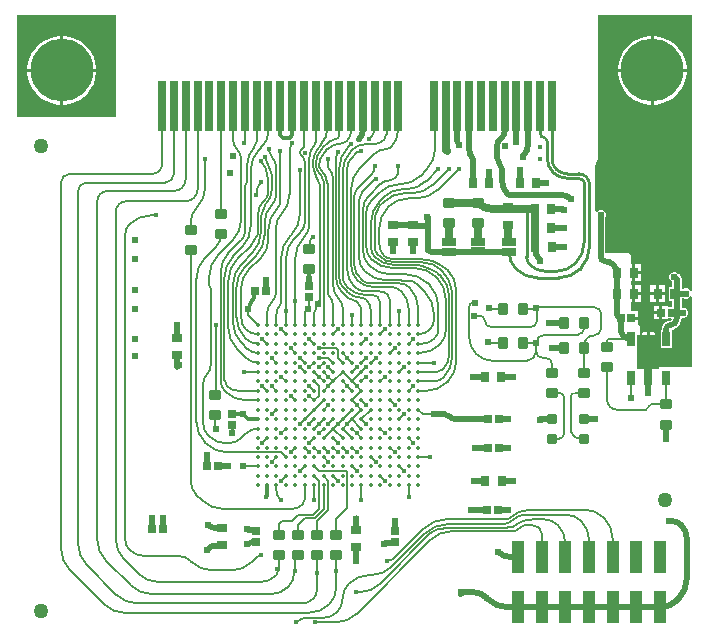
<source format=gtl>
G04*
G04 #@! TF.GenerationSoftware,Altium Limited,Altium Designer,23.2.1 (34)*
G04*
G04 Layer_Physical_Order=1*
G04 Layer_Color=255*
%FSLAX45Y45*%
%MOMM*%
G71*
G04*
G04 #@! TF.SameCoordinates,357D86F6-4FD4-4171-920B-CE65727367D9*
G04*
G04*
G04 #@! TF.FilePolarity,Positive*
G04*
G01*
G75*
%ADD10C,0.20320*%
%ADD15C,0.63500*%
%ADD17C,0.12700*%
G04:AMPARAMS|DCode=18|XSize=1mm|YSize=0.9mm|CornerRadius=0.1125mm|HoleSize=0mm|Usage=FLASHONLY|Rotation=180.000|XOffset=0mm|YOffset=0mm|HoleType=Round|Shape=RoundedRectangle|*
%AMROUNDEDRECTD18*
21,1,1.00000,0.67500,0,0,180.0*
21,1,0.77500,0.90000,0,0,180.0*
1,1,0.22500,-0.38750,0.33750*
1,1,0.22500,0.38750,0.33750*
1,1,0.22500,0.38750,-0.33750*
1,1,0.22500,-0.38750,-0.33750*
%
%ADD18ROUNDEDRECTD18*%
%ADD19R,0.92000X0.64000*%
%ADD20R,0.64000X0.64000*%
%ADD21R,1.00000X2.75000*%
%ADD22C,0.35000*%
%ADD23R,0.68000X1.20000*%
%ADD24R,0.64000X0.64000*%
%ADD25R,0.75000X0.95000*%
G04:AMPARAMS|DCode=26|XSize=1mm|YSize=0.9mm|CornerRadius=0.1125mm|HoleSize=0mm|Usage=FLASHONLY|Rotation=270.000|XOffset=0mm|YOffset=0mm|HoleType=Round|Shape=RoundedRectangle|*
%AMROUNDEDRECTD26*
21,1,1.00000,0.67500,0,0,270.0*
21,1,0.77500,0.90000,0,0,270.0*
1,1,0.22500,-0.33750,-0.38750*
1,1,0.22500,-0.33750,0.38750*
1,1,0.22500,0.33750,0.38750*
1,1,0.22500,0.33750,-0.38750*
%
%ADD26ROUNDEDRECTD26*%
G04:AMPARAMS|DCode=27|XSize=0.8mm|YSize=0.8mm|CornerRadius=0.1mm|HoleSize=0mm|Usage=FLASHONLY|Rotation=270.000|XOffset=0mm|YOffset=0mm|HoleType=Round|Shape=RoundedRectangle|*
%AMROUNDEDRECTD27*
21,1,0.80000,0.60000,0,0,270.0*
21,1,0.60000,0.80000,0,0,270.0*
1,1,0.20000,-0.30000,-0.30000*
1,1,0.20000,-0.30000,0.30000*
1,1,0.20000,0.30000,0.30000*
1,1,0.20000,0.30000,-0.30000*
%
%ADD27ROUNDEDRECTD27*%
%ADD28R,0.95000X0.75000*%
%ADD50C,0.50800*%
%ADD51C,0.25400*%
%ADD52C,0.15240*%
%ADD53C,0.30480*%
%ADD54R,1.27000X0.63500*%
%AMCUSTOMSHAPE55*
4,1,4,-0.34000,-0.60000,-0.34000,3.65000,0.34000,3.65000,0.34000,-0.60000,-0.34000,-0.60000,0.0*%
%ADD55CUSTOMSHAPE55*%

%ADD56R,0.70000X4.20000*%
%ADD57C,1.27000*%
%ADD58R,0.70000X4.19999*%
%ADD59R,1.90000X2.95000*%
%ADD60C,5.30000*%
%ADD61C,0.35560*%
%ADD62C,0.60960*%
%ADD63C,0.40640*%
G36*
X8753198Y10384983D02*
D01*
X8753933D01*
X8755370Y10384697D01*
X8756726Y10384135D01*
X8757945Y10383321D01*
X8758982Y10382284D01*
X8759797Y10381064D01*
X8760358Y10379709D01*
X8760644Y10378273D01*
Y10377539D01*
X8760644Y9520000D01*
X7922556D01*
Y10384983D01*
X8753198Y10384983D01*
D02*
G37*
G36*
X13636343Y8049452D02*
X13623643Y8046925D01*
X13623067Y8048319D01*
X13610919Y8060466D01*
X13595049Y8067040D01*
X13577872D01*
X13562001Y8060466D01*
X13550153Y8062774D01*
Y8143299D01*
X13550571D01*
X13545959Y8166478D01*
X13532829Y8186128D01*
X13522923Y8192748D01*
X13514459Y8201211D01*
X13498589Y8207785D01*
X13481412D01*
X13465541Y8201211D01*
X13453394Y8189065D01*
X13446820Y8173194D01*
Y8156016D01*
X13453394Y8140146D01*
X13465541Y8127999D01*
X13472459Y8125133D01*
Y8081643D01*
X13439799D01*
Y7961243D01*
X13472459D01*
Y7907558D01*
X13431400D01*
Y7920258D01*
X13386700D01*
Y7862858D01*
Y7805458D01*
X13431400D01*
Y7818158D01*
X13455840D01*
X13465269Y7807694D01*
X13464015Y7798924D01*
X13458649Y7795338D01*
X13450148Y7793648D01*
Y7793551D01*
X13447807Y7793085D01*
X13432332Y7791048D01*
X13415730Y7784171D01*
X13401472Y7773232D01*
X13390533Y7758975D01*
X13383656Y7742373D01*
X13381619Y7726897D01*
X13381152Y7724556D01*
Y7711620D01*
X13373300D01*
Y7566220D01*
X13466701D01*
Y7711620D01*
X13476060Y7719159D01*
X13500206Y7729161D01*
X13520940Y7745071D01*
X13536850Y7765805D01*
X13546851Y7789951D01*
X13549007Y7806317D01*
X13555330Y7816398D01*
X13566357Y7818591D01*
X13570322D01*
X13586191Y7825165D01*
X13598338Y7837312D01*
X13604912Y7853182D01*
Y7870360D01*
X13598338Y7886231D01*
X13586191Y7898378D01*
X13570322Y7904951D01*
X13553143D01*
X13550153Y7906949D01*
Y7982596D01*
X13573245D01*
X13577872Y7980680D01*
X13595049D01*
X13610919Y7987254D01*
X13623067Y7999401D01*
X13623643Y8000795D01*
X13636343Y7998268D01*
X13636343Y7400000D01*
X13329898D01*
Y7673920D01*
X13327927Y7683831D01*
X13322311Y7692233D01*
X13313911Y7697846D01*
X13303999Y7699818D01*
X13282700D01*
Y7308920D01*
X13257300D01*
Y7699818D01*
X13236000D01*
X13226089Y7697846D01*
X13217686Y7692233D01*
X13212073Y7683831D01*
X13210539Y7676122D01*
X13197839Y7677373D01*
Y7741920D01*
X13197493Y7745447D01*
X13194794Y7751965D01*
X13189804Y7756953D01*
X13183400Y7759606D01*
Y7803868D01*
X13126001D01*
Y7829268D01*
X13183400D01*
Y7873968D01*
X13125999D01*
Y7948543D01*
X13132152D01*
Y8021443D01*
Y8094343D01*
X13125999D01*
Y8126905D01*
X13130594D01*
Y8199806D01*
Y8272705D01*
X13125999D01*
Y8339416D01*
X13125497Y8344522D01*
X13121588Y8353959D01*
X13114366Y8361181D01*
X13104930Y8365089D01*
X13099823Y8365593D01*
X12903947D01*
Y8667749D01*
X12908279Y8678211D01*
Y8695389D01*
X12901706Y8711259D01*
X12889558Y8723406D01*
X12873689Y8729980D01*
X12856511D01*
X12840640Y8723406D01*
X12832080Y8714846D01*
X12819380Y8719918D01*
Y9112596D01*
X12822249Y9116889D01*
X12825581Y9123648D01*
X12829352Y9130178D01*
X12835168Y9144221D01*
X12837120Y9151502D01*
X12839542Y9158639D01*
X12842506Y9173548D01*
X12842879Y9179197D01*
X12843892Y9184768D01*
X12844266Y9192368D01*
X12844110Y9194260D01*
X12844357Y9196142D01*
X12844357Y10384984D01*
X13636343D01*
Y8049452D01*
D02*
G37*
%LPC*%
G36*
X8325355Y10203140D02*
X8315200D01*
Y9925440D01*
X8592900D01*
Y9935595D01*
X8585749Y9980742D01*
X8571624Y10024215D01*
X8550872Y10064943D01*
X8524005Y10101923D01*
X8491683Y10134244D01*
X8454703Y10161112D01*
X8413975Y10181864D01*
X8370502Y10195989D01*
X8325355Y10203140D01*
D02*
G37*
G36*
X8289800D02*
X8279645D01*
X8234498Y10195989D01*
X8191025Y10181864D01*
X8150297Y10161112D01*
X8113317Y10134244D01*
X8080996Y10101923D01*
X8054128Y10064943D01*
X8033376Y10024215D01*
X8019251Y9980742D01*
X8012100Y9935595D01*
Y9925440D01*
X8289800D01*
Y10203140D01*
D02*
G37*
G36*
X8592900Y9900040D02*
X8315200D01*
Y9622340D01*
X8325355D01*
X8370502Y9629491D01*
X8413975Y9643616D01*
X8454703Y9664368D01*
X8491683Y9691235D01*
X8524005Y9723557D01*
X8550872Y9760537D01*
X8571624Y9801265D01*
X8585749Y9844738D01*
X8592900Y9889885D01*
Y9900040D01*
D02*
G37*
G36*
X8289800D02*
X8012100D01*
Y9889885D01*
X8019251Y9844738D01*
X8033376Y9801265D01*
X8054128Y9760537D01*
X8080996Y9723557D01*
X8113317Y9691235D01*
X8150297Y9664368D01*
X8191025Y9643616D01*
X8234498Y9629491D01*
X8279645Y9622340D01*
X8289800D01*
Y9900040D01*
D02*
G37*
G36*
X13325356Y10203140D02*
X13315199D01*
Y9925440D01*
X13592900D01*
Y9935595D01*
X13585748Y9980742D01*
X13571625Y10024215D01*
X13550871Y10064943D01*
X13524004Y10101923D01*
X13491682Y10134244D01*
X13454703Y10161112D01*
X13413976Y10181864D01*
X13370502Y10195989D01*
X13325356Y10203140D01*
D02*
G37*
G36*
X13289799D02*
X13279645D01*
X13234499Y10195989D01*
X13191025Y10181864D01*
X13150298Y10161112D01*
X13113316Y10134244D01*
X13080995Y10101923D01*
X13054128Y10064943D01*
X13033376Y10024215D01*
X13019250Y9980742D01*
X13012100Y9935595D01*
Y9925440D01*
X13289799D01*
Y10203140D01*
D02*
G37*
G36*
X13592900Y9900040D02*
X13315199D01*
Y9622340D01*
X13325356D01*
X13370502Y9629491D01*
X13413976Y9643616D01*
X13454703Y9664368D01*
X13491682Y9691235D01*
X13524004Y9723557D01*
X13550871Y9760537D01*
X13571625Y9801265D01*
X13585748Y9844738D01*
X13592900Y9889885D01*
Y9900040D01*
D02*
G37*
G36*
X13289799D02*
X13012100D01*
Y9889885D01*
X13019250Y9844738D01*
X13033376Y9801265D01*
X13054128Y9760537D01*
X13080995Y9723557D01*
X13113316Y9691235D01*
X13150298Y9664368D01*
X13191025Y9643616D01*
X13234499Y9629491D01*
X13279645Y9622340D01*
X13289799D01*
Y9900040D01*
D02*
G37*
G36*
X13206194Y8272705D02*
X13155994D01*
Y8212506D01*
X13206194D01*
Y8272705D01*
D02*
G37*
G36*
Y8187106D02*
X13155994D01*
Y8126905D01*
X13206194D01*
Y8187106D01*
D02*
G37*
G36*
X13412900Y8094343D02*
X13362700D01*
Y8034143D01*
X13412900D01*
Y8094343D01*
D02*
G37*
G36*
X13337300D02*
X13287100D01*
Y8034143D01*
X13337300D01*
Y8094343D01*
D02*
G37*
G36*
X13207751D02*
X13157552D01*
Y8034143D01*
X13207751D01*
Y8094343D01*
D02*
G37*
G36*
X13412900Y8008743D02*
X13362700D01*
Y7948543D01*
X13412900D01*
Y8008743D01*
D02*
G37*
G36*
X13337300D02*
X13287100D01*
Y7948543D01*
X13337300D01*
Y8008743D01*
D02*
G37*
G36*
X13207751Y8008743D02*
X13157552D01*
Y7948543D01*
X13207751D01*
Y8008743D01*
D02*
G37*
G36*
X13361301Y7920258D02*
X13316600D01*
Y7875558D01*
X13361301D01*
Y7920258D01*
D02*
G37*
G36*
Y7850158D02*
X13316600D01*
Y7805458D01*
X13361301D01*
Y7850158D01*
D02*
G37*
%LPD*%
D10*
X10391140Y7896570D02*
G03*
X10393680Y7902702I-6132J6132D01*
G01*
X10391140Y7893263D02*
G03*
X10360000Y7862123I0J-31140D01*
G01*
X12929990Y7638920D02*
G03*
X12920000Y7628930I0J-9990D01*
G01*
X13295000Y7085000D02*
G03*
X13270000Y7060000I0J-25000D01*
G01*
X13250000Y7040000D02*
G03*
X13270000Y7060000I0J20000D01*
G01*
X12920000Y7123294D02*
G03*
X13003294Y7040000I83294J0D01*
G01*
X11914000Y7610000D02*
G03*
X11932930Y7602159I18930J18930D01*
G01*
X11920000Y7898282D02*
G03*
X11924133Y7896570I4133J4133D01*
G01*
X10520000Y7040000D02*
X10560000Y7080000D01*
X10391140Y7893263D02*
Y7896570D01*
X10360000Y7760000D02*
Y7862123D01*
X12929990Y7638920D02*
X13120000D01*
X12920000Y7567840D02*
Y7628930D01*
X13295000Y7085000D02*
X13420000D01*
Y7308920D01*
X13003294Y7040000D02*
X13250000D01*
X12920000Y7123294D02*
Y7397840D01*
X13120000Y7142297D02*
Y7308920D01*
X10000065Y7639935D02*
Y7639989D01*
Y7639935D02*
X10040000Y7600000D01*
X10760000Y7360000D02*
X10800000Y7400000D01*
X10760000Y7360000D02*
X10760000D01*
X11932930Y7602159D02*
X12035000D01*
X11924133Y7896570D02*
X12035000D01*
X10393680Y7902702D02*
Y7991760D01*
X9836123Y6560000D02*
X9960000D01*
X10000036Y6760065D02*
X10000065D01*
X10040000Y6800000D01*
X10080000Y7000000D02*
X10120000Y7040000D01*
X9846780Y7360000D02*
X9960000D01*
X11160000Y7760000D02*
Y7880000D01*
X11320000Y6640000D02*
X11419840D01*
X11239500Y6301740D02*
X11240000Y6302240D01*
Y6400000D01*
X10440000Y6880000D02*
X10480000Y6920000D01*
X10440000Y6880000D02*
X10440000D01*
X10480000Y6920000D02*
X10520000Y6960000D01*
X10480000Y6840000D02*
X10520000Y6880000D01*
X10680000D02*
X10720000Y6920000D01*
X10800000Y6840000D02*
X10840000Y6800000D01*
X10760000Y6880000D02*
X10800000Y6840000D01*
X10680000Y7280000D02*
Y7280000D01*
Y7280000D02*
X10720000Y7240000D01*
X10760000Y7200000D01*
X10440000Y7360000D02*
X10480000Y7320000D01*
X10800000Y7240000D02*
X10840000Y7200000D01*
X10760000Y7280000D02*
X10800000Y7240000D01*
X10560000Y7240000D02*
X10600000Y7280000D01*
X10520000Y7200000D02*
X10560000Y7240000D01*
Y7320000D02*
X10600000Y7280000D01*
X10520000Y7360000D02*
X10560000Y7320000D01*
X10600000Y6800000D02*
X10640000Y6760000D01*
X10600000Y6800000D02*
Y6800000D01*
Y6880000D02*
X10680000Y6800000D01*
X10600000Y6880000D02*
Y6880000D01*
X10160000Y7320000D02*
X10200000Y7280000D01*
X10240000Y7560000D02*
X10280000Y7520000D01*
X10600000Y7680000D02*
Y7680000D01*
X10640000Y7720000D01*
X10840000Y7600000D02*
X10880000Y7640000D01*
X10840000Y7600000D02*
X10840000D01*
X11320000Y7440000D02*
X11452500D01*
X11160000Y6960000D02*
X11200000Y7000000D01*
X11240000Y7200000D02*
X11280000Y7240000D01*
X11240000Y7200000D02*
X11240000D01*
X11000000Y7280000D02*
X11040000Y7320000D01*
X11000000Y7280000D02*
X11000000D01*
X11080000Y7520000D02*
X11120000Y7560000D01*
X11080000Y7520000D02*
X11080000D01*
X10440000Y6280000D02*
Y6400000D01*
X10160000Y6440000D02*
X10200000Y6480000D01*
Y6480000D01*
X10240000Y6680000D02*
X10280000Y6720000D01*
Y6720000D01*
X10600000Y7360000D02*
X10600000D01*
X10560000Y7400000D02*
X10600000Y7360000D01*
X10520000Y7360000D02*
Y7360000D01*
X10400000Y7240000D02*
X10440000Y7200000D01*
X10480000Y7320000D02*
X10520000Y7280000D01*
X10840000Y7360000D02*
X10880000Y7400000D01*
X10880000D01*
X10840000Y7280000D02*
X10840000D01*
X10880000Y7320000D01*
X10680000Y7360000D02*
X10760000Y7280000D01*
X10600000D02*
X10680000Y7360000D01*
X10520000Y7200000D02*
Y7200000D01*
X10440000Y7040000D02*
X10520000Y7120000D01*
X10360000Y6960000D02*
X10440000Y7040000D01*
X10320000Y6920000D02*
X10360000Y6960000D01*
Y6960000D01*
X11080000Y6720000D02*
X11120000Y6680000D01*
X11000000Y6480000D02*
X11040000Y6440000D01*
X10760000Y6560000D02*
Y6560000D01*
Y6560000D02*
X10800000Y6520000D01*
X10520000Y6640000D02*
X10560000Y6600000D01*
X10520000Y6640000D02*
Y6640000D01*
Y6800000D02*
X10600000Y6880000D01*
X10640000Y6920000D02*
X10760000Y7040000D01*
X10600000Y6880000D02*
X10640000Y6920000D01*
X10640000D01*
X10680000Y6880000D02*
X10760000Y6800000D01*
X10680000Y6880000D02*
X10680000D01*
X10720000Y6920000D02*
X10760000Y6960000D01*
X10840000Y6800000D02*
Y6800000D01*
Y6960000D02*
X10920000Y7040000D01*
X10840000Y6960000D02*
X10880000Y6920000D01*
X10760000Y6960000D02*
X10840000Y6880000D01*
X10760000Y6960000D02*
Y6960000D01*
X10840000Y7040000D01*
X10760000Y7040000D02*
Y7040000D01*
X10840000Y7120000D02*
X10880000Y7080000D01*
X10760000Y7120000D02*
Y7120000D01*
Y7120000D02*
X10800000Y7080000D01*
X10760000Y7200000D02*
X10760000D01*
X10800000Y7080000D02*
X10840000Y7040000D01*
X10760000Y7280000D02*
X10840000Y7360000D01*
Y7360000D01*
X10760000Y7280000D02*
Y7280000D01*
Y7120000D02*
X10840000Y7200000D01*
D15*
X12305229Y8431254D02*
G03*
X12309481Y8420990I14515J0D01*
G01*
X12290809Y8745888D02*
G03*
X12288809Y8743888I0J-2000D01*
G01*
X11577320Y8460417D02*
G03*
X11579333Y8465276I-4859J4859D01*
G01*
X11825317Y8618505D02*
G03*
X11823868Y8622006I-4950J0D01*
G01*
X12079036Y8487677D02*
G03*
X12090328Y8460417I38552J0D01*
G01*
X11823868Y8792006D02*
G03*
X11950917Y8739380I127050J127050D01*
G01*
X11584000Y8792006D02*
G03*
X11579333Y8790072I0J-6601D01*
G01*
X11552500Y9242294D02*
G03*
X11564950Y9229844I12450J0D01*
G01*
X12305229Y8431254D02*
Y8739380D01*
X11950917D02*
X12238288D01*
X12305229D01*
X11579333Y8465276D02*
Y8620072D01*
X11825317Y8463009D02*
Y8618505D01*
X12079036Y8487677D02*
Y8607507D01*
X11584000Y8792006D02*
X11823868D01*
X11552500Y9242294D02*
Y9612740D01*
D17*
X11308144Y8830174D02*
G03*
X11487749Y8904569I0J254000D01*
G01*
X11241455Y8830174D02*
G03*
X11066020Y8757506I0J-248104D01*
G01*
D02*
G03*
X10991625Y8577901I179605J-179605D01*
G01*
X11163368Y8317141D02*
G03*
X11163457Y8317141I169J12699D01*
G01*
X11089582Y8318656D02*
G03*
X11090725Y8318569I1531J12608D01*
G01*
X10991625Y8439123D02*
G03*
X11032292Y8340943I138847J0D01*
G01*
X11061825Y8324640D02*
G03*
X11089581Y8318656I50770J168108D01*
G01*
X11060364Y8325206D02*
G03*
X11061825Y8324641I5302J11540D01*
G01*
X11032292Y8340943D02*
G03*
X11060364Y8325206I123761J187862D01*
G01*
X11490733Y8275191D02*
G03*
X11492986Y8274046I6852J10694D01*
G01*
X11490732Y8275192D02*
G03*
X11380330Y8309644I-115421J-175751D01*
G01*
X11378069Y8309919D02*
G03*
X11312115Y8317140I-65955J-297579D01*
G01*
X11568530Y8225380D02*
G03*
X11492986Y8274046I-150228J-150228D01*
G01*
X11642925Y8045774D02*
G03*
X11568530Y8225380I-254000J0D01*
G01*
Y7275646D02*
G03*
X11642925Y7455252I-179605J179605D01*
G01*
X11387673Y7200000D02*
G03*
X11567279Y7274395I0J254000D01*
G01*
X11378069Y8309919D02*
G03*
X11380330Y8309644I2655J12420D01*
G01*
X11451492Y7280000D02*
G03*
X11535006Y7314593I0J118106D01*
G01*
D02*
G03*
X11609400Y7494198I-179605J179605D01*
G01*
Y7994454D02*
G03*
X11600561Y8064176I-279400J0D01*
G01*
X11600337Y8065284D02*
G03*
X11528713Y8207475I-251229J-37414D01*
G01*
X11600337Y8065284D02*
G03*
X11600561Y8064176I12547J1967D01*
G01*
X11506029Y8230159D02*
G03*
X11375311Y8284304I-130718J-130718D01*
G01*
X11314681Y8266078D02*
G03*
X11312115Y8266340I-2568J-12438D01*
G01*
X11584000Y7994454D02*
G03*
X11509606Y8174059I-254000J0D01*
G01*
X11491755Y8191908D02*
G03*
X11489407Y8193722I-8886J-9075D01*
G01*
X11438366Y8224369D02*
G03*
X11350481Y8258685I-144108J-239369D01*
G01*
X11375311Y8284304D02*
G03*
X11373282Y8284962I-4919J-11709D01*
G01*
X11373282Y8284962D02*
G03*
X11312115Y8291740I-61168J-272622D01*
G01*
X11051475Y8301331D02*
G03*
X11052777Y8300848I5065J11647D01*
G01*
X10979019Y8351771D02*
G03*
X11051360Y8301381I177034J177034D01*
G01*
X11053297Y8300687D02*
G03*
X11112873Y8291741I59299J192062D01*
G01*
X10953326Y8413801D02*
G03*
X10979019Y8351771I87724J0D01*
G01*
X10992620Y8763156D02*
G03*
X10992251Y8762690I9770J-8114D01*
G01*
D02*
G03*
X10953634Y8680261I183556J-136254D01*
G01*
X10953598Y8680090D02*
G03*
X10953326Y8677828I12423J-2641D01*
G01*
X11201874Y8872443D02*
G03*
X11031220Y8801756I0J-241341D01*
G01*
X10996202Y8806041D02*
G03*
X10921807Y8626436I179605J-179605D01*
G01*
X11178540Y8906180D02*
G03*
X11038217Y8848056I0J-198447D01*
G01*
X11264053Y8872443D02*
G03*
X11443658Y8946838I0J254000D01*
G01*
X11477620Y7360000D02*
G03*
X11529333Y7381420I0J73132D01*
G01*
X11112756Y8266340D02*
G03*
X11112596Y8266341I-161J-12700D01*
G01*
X10952501Y8332654D02*
G03*
X11112596Y8266341I160094J160094D01*
G01*
X11529333Y7381420D02*
G03*
X11584000Y7513400I-131980J131980D01*
G01*
X11552500Y7980758D02*
G03*
X11478105Y8160364I-254000J0D01*
G01*
X11473864Y8164605D02*
G03*
X11294258Y8239000I-179605J-179605D01*
G01*
X9989123Y5809754D02*
G03*
X9960896Y5798062I0J-39919D01*
G01*
X9737624Y5680000D02*
G03*
X9917229Y5754395I0J254000D01*
G01*
X9398525D02*
G03*
X9578130Y5680000I179605J179605D01*
G01*
X9392920Y5760000D02*
G03*
X9296351Y5800000I-96569J-96569D01*
G01*
X8873440Y5855838D02*
G03*
X9008244Y5800000I134804J134804D01*
G01*
X8840000Y5936568D02*
G03*
X8873440Y5855838I114170J0D01*
G01*
X12238288Y7454000D02*
G03*
X12318288Y7534000I0J80000D01*
G01*
X11751064Y7856993D02*
G03*
X11752499Y7862777I-11265J5865D01*
G01*
Y7804816D02*
G03*
X11751056Y7810617I-12700J-80D01*
G01*
X11752499Y7654000D02*
G03*
X11952499Y7454000I200000J0D01*
G01*
X11783394Y7946668D02*
G03*
X11752499Y7915773I0J-30895D01*
G01*
X11751064Y7856993D02*
G03*
X11751056Y7810617I43763J-23196D01*
G01*
X11882499Y7798849D02*
G03*
X11847551Y7833797I-34948J0D01*
G01*
X12328312Y7889970D02*
G03*
X12320000Y7898282I-8312J0D01*
G01*
X12328312Y7906593D02*
G03*
X12320000Y7898282I0J-8312D01*
G01*
X12266031Y7736568D02*
G03*
X12328312Y7798849I0J62280D01*
G01*
X11882499D02*
G03*
X11944779Y7736568I62280J0D01*
G01*
X12650605Y7184395D02*
G03*
X12611165Y7144954I0J-39441D01*
G01*
Y6880000D02*
G03*
X12696165Y6795000I85000J0D01*
G01*
X12555000Y7142297D02*
G03*
X12512902Y7184395I-42098J0D01*
G01*
X12510000Y6795000D02*
G03*
X12555000Y6840000I0J45000D01*
G01*
X12870000Y7850893D02*
G03*
X12814301Y7906593I-55700J0D01*
G01*
X12806680Y7668260D02*
G03*
X12870000Y7731580I0J63320D01*
G01*
X12806680Y7668260D02*
G03*
X12725000Y7586580I0J-81680D01*
G01*
X12720000Y7354395D02*
G03*
X12725000Y7359395I0J5000D01*
G01*
X10354395Y8501500D02*
G03*
X10400000Y8611601I-110101J110101D01*
G01*
X10327914Y8548974D02*
G03*
X10360000Y8626436I-77462J77462D01*
G01*
X10354395Y8501500D02*
G03*
X10280000Y8321895I179605J-179605D01*
G01*
X10274395Y8495455D02*
G03*
X10200000Y8315850I179605J-179605D01*
G01*
X10880000Y9289185D02*
G03*
X10760409Y9239649I0J-169126D01*
G01*
X10805361Y9219719D02*
G03*
X10805337Y9219696I29056J-29103D01*
G01*
X11058397Y8015878D02*
G03*
X10996202Y8041640I-62195J-62195D01*
G01*
X10834417Y9231741D02*
G03*
X10805361Y9219719I0J-41124D01*
G01*
X10044574Y9010131D02*
G03*
X9989123Y9144000I-189320J0D01*
G01*
X10120000Y6359062D02*
G03*
X10155132Y6274247I119946J0D01*
G01*
X8877026Y8612166D02*
G03*
X8840000Y8522777I89389J-89389D01*
G01*
X9056631Y8686561D02*
G03*
X8877026Y8612166I0J-254000D01*
G01*
X9989021Y8965805D02*
G03*
X9950350Y8872443I93362J-93362D01*
G01*
X10902634Y8110384D02*
G03*
X10907690Y8110220I5057J77885D01*
G01*
X10797552Y8188738D02*
G03*
X10799613Y8185969I11125J6127D01*
G01*
X10865861Y8122460D02*
G03*
X10901183Y8110580I64481J133262D01*
G01*
X10921807Y9027987D02*
G03*
X10952501Y9102089I-74102J74102D01*
G01*
X10777901Y8266341D02*
G03*
X10797552Y8188738I163060J0D01*
G01*
X10901183Y8110580D02*
G03*
X10902634Y8110385I2418J12468D01*
G01*
X9596649Y6894122D02*
G03*
X9602498Y6880000I19971J0D01*
G01*
X9626894Y8351771D02*
G03*
X9552499Y8172166I179605J-179605D01*
G01*
X9563631Y8066438D02*
G03*
X9552499Y8093314I-38008J0D01*
G01*
X9530600Y7336568D02*
G03*
X9500649Y7264260I72308J-72308D01*
G01*
Y6921081D02*
G03*
X9542187Y6820798I141821J0D01*
G01*
D02*
G03*
X9702499Y6754395I160312J160312D01*
G01*
D02*
G03*
X9831137Y6807679I0J181922D01*
G01*
X9960000Y6880000D02*
G03*
X9863478Y6840020I0J-136502D01*
G01*
X9530600Y7336568D02*
G03*
X9563631Y7416313I-79745J79745D01*
G01*
X9596649Y7165000D02*
G03*
X9604921Y7184971I-19971J19971D01*
G01*
X9602498Y7240000D02*
G03*
X9604921Y7245849I-5849J5849D01*
G01*
X10034304Y8830174D02*
G03*
X10042003Y8843862I-106099J68694D01*
G01*
X9781540Y7827118D02*
G03*
X9855935Y7647513I254000J0D01*
G01*
X10031529Y8826962D02*
G03*
X10033248Y8828781I-31493J31493D01*
G01*
X9752498Y7781764D02*
G03*
X9826893Y7602159I254000J0D01*
G01*
X10042677Y8845597D02*
G03*
X10044574Y8858455I-42641J12858D01*
G01*
X10042003Y8843862D02*
G03*
X10042677Y8845597I-11470J5454D01*
G01*
X10033319Y8828864D02*
G03*
X10034304Y8830174I-9639J8269D01*
G01*
X11000000Y7943877D02*
G03*
X10979246Y7993982I-70860J0D01*
G01*
X11080000Y7968726D02*
G03*
X11061934Y8012341I-61681J0D01*
G01*
X10463432Y7915773D02*
G03*
X10440000Y7859203I56569J-56569D01*
G01*
X10463432Y7915773D02*
G03*
X10485622Y7969344I-53571J53571D01*
G01*
X10524473Y7932684D02*
G03*
X10524489Y7934181I-49513J1283D01*
G01*
X10520000Y8973645D02*
G03*
X10520000Y8973590I12701J0D01*
G01*
X11463817Y7651316D02*
G03*
X11492266Y7720000I-68684J68684D01*
G01*
Y7913709D02*
G03*
X11417871Y8093314I-254000J0D01*
G01*
X11505995Y7594395D02*
G03*
X11552500Y7706668I-112273J112273D01*
G01*
X11419840Y7720000D02*
G03*
X11452500Y7798849I-78848J78848D01*
G01*
Y7855370D02*
G03*
X11378105Y8034975I-254000J0D01*
G01*
X11323272Y7680000D02*
G03*
X11419840Y7720000I0J136568D01*
G01*
X11326390Y7520000D02*
G03*
X11505995Y7594395I0J254000D01*
G01*
X11080426Y8982786D02*
G03*
X10996289Y8947935I0J-118989D01*
G01*
X11355932Y7600000D02*
G03*
X11452500Y7640000I0J136568D01*
G01*
X10465193Y8994806D02*
G03*
X10467984Y8990461I11860J4546D01*
G01*
X10485622Y8947935D02*
G03*
X10468024Y8990420I-60082J0D01*
G01*
X9747785Y8472662D02*
G03*
X9822180Y8652267I-179605J179605D01*
G01*
X9752498Y9328830D02*
G03*
X9787355Y9244679I119007J0D01*
G01*
X9822180Y9160603D02*
G03*
X9787355Y9244679I-118901J0D01*
G01*
X9712960Y8365593D02*
G03*
X9648576Y8210156I155437J-155437D01*
G01*
X9861295Y8947935D02*
G03*
X9852498Y8926697I21238J-21238D01*
G01*
X9648576Y7283791D02*
G03*
X9685605Y7194395I126424J0D01*
G01*
D02*
G03*
X9865210Y7120000I179605J179605D01*
G01*
X9861295Y8947935D02*
G03*
X9873748Y8977998I-30063J30063D01*
G01*
X9824167Y8476799D02*
G03*
X9852498Y8545198I-68399J68399D01*
G01*
X9702499Y7240000D02*
G03*
X9799067Y7200000I96568J96568D01*
G01*
X9754395Y8339916D02*
G03*
X9680000Y8160311I179605J-179605D01*
G01*
Y7294317D02*
G03*
X9702499Y7240000I76816J0D01*
G01*
X9828181Y8413703D02*
G03*
X9902576Y8593308I-179605J179605D01*
G01*
X9976971Y9248444D02*
G03*
X9902576Y9068839I179605J-179605D01*
G01*
X9928204Y9254549D02*
G03*
X9873748Y9123080I131469J-131469D01*
G01*
X9928204Y9254549D02*
G03*
X9952498Y9313200I-58650J58650D01*
G01*
X10080000Y9021018D02*
G03*
X10079336Y9025069I-12701J0D01*
G01*
X10035520Y8791512D02*
G03*
X10032840Y8787467I9053J-8908D01*
G01*
X9990082Y8684313D02*
G03*
X9989123Y8679472I11742J-4841D01*
G01*
X10120000Y9084202D02*
G03*
X10080000Y9180771I-136569J0D01*
G01*
X10059673Y9229844D02*
G03*
X10080000Y9180771I69399J0D01*
G01*
X10000000Y9271473D02*
G03*
X10052498Y9398214I-126741J126741D01*
G01*
X10344718Y9253322D02*
G03*
X10344681Y9180771I15282J-36283D01*
G01*
X10344718Y9253322D02*
G03*
X10352415Y9264849I-5003J11673D01*
G01*
X10640000Y9219719D02*
G03*
X10624820Y9183073I36647J-36647D01*
G01*
X9965154Y8702365D02*
G03*
X9963723Y8679472I182447J-22894D01*
G01*
X10006323Y8801756D02*
G03*
X9965154Y8702366I99391J-99391D01*
G01*
X10035564Y8791556D02*
G03*
X10080000Y8898868I-107360J107312D01*
G01*
X9962361Y8524037D02*
G03*
X9963009Y8527137I-12011J4126D01*
G01*
X9902576Y8429332D02*
G03*
X9962343Y8523983I-179605J179605D01*
G01*
X9787355Y8314111D02*
G03*
X9712960Y8134505I179605J-179605D01*
G01*
Y7733791D02*
G03*
X9787355Y7554186I254000J0D01*
G01*
X9963009Y8527137D02*
G03*
X9963723Y8545198I-227885J18061D01*
G01*
X9860203Y7481338D02*
G03*
X9960000Y7440000I99797J99797D01*
G01*
X9914728Y8365593D02*
G03*
X9989123Y8545198I-179605J179605D01*
G01*
X9826893Y8277758D02*
G03*
X9752498Y8098153I179605J-179605D01*
G01*
X9873027Y7556025D02*
G03*
X9960000Y7520000I86973J86973D01*
G01*
X10080000Y8771487D02*
G03*
X10019590Y8625645I145842J-145842D01*
G01*
X10080000Y8771487D02*
G03*
X10120000Y8868056I-96569J96569D01*
G01*
X9945195Y8342004D02*
G03*
X10019590Y8521609I-179605J179605D01*
G01*
X9855935Y8252743D02*
G03*
X9781540Y8073138I179605J-179605D01*
G01*
X9863459Y7639989D02*
G03*
X9960000Y7600000I96541J96541D01*
G01*
X10126893Y8745888D02*
G03*
X10052498Y8566283I179605J-179605D01*
G01*
X10126893Y8745888D02*
G03*
X10152503Y8807716I-61828J61828D01*
G01*
X9989123Y8328060D02*
G03*
X10052498Y8481060I-153000J153000D01*
G01*
X9880000Y8218937D02*
G03*
X9822180Y8079347I139590J-139590D01*
G01*
Y7815318D02*
G03*
X9861295Y7720885I133549J0D01*
G01*
D02*
G03*
X9960000Y7680000I98704J98704D01*
G01*
X10252502Y9296400D02*
G03*
X10230971Y9244418I51982J-51982D01*
G01*
X10156576Y8687053D02*
G03*
X10230971Y8866659I-179605J179605D01*
G01*
X10152492Y8682969D02*
G03*
X10120000Y8604512I78479J-78457D01*
G01*
X10080000Y7950433D02*
G03*
X10040000Y7853864I96568J-96568D01*
G01*
X10080000Y7950433D02*
G03*
X10120000Y8047002I-96569J96569D01*
G01*
X10152503Y7926571D02*
G03*
X10120000Y7848103I78468J-78468D01*
G01*
X10152503Y7926571D02*
G03*
X10160000Y7944671I-18100J18100D01*
G01*
X10245605Y8520184D02*
G03*
X10320000Y8699790I-179605J179605D01*
G01*
X10234395Y8508974D02*
G03*
X10160000Y8329369I179605J-179605D01*
G01*
X10352502Y9162101D02*
G03*
X10360000Y9144000I25598J0D01*
G01*
X10352502Y9169125D02*
G03*
X10344681Y9180771I-12700J-80D01*
G01*
X10440000Y9278582D02*
G03*
X10400000Y9182014I96568J-96568D01*
G01*
X10440000Y9278582D02*
G03*
X10452502Y9308765I-30183J30183D01*
G01*
X10427102Y9119814D02*
G03*
X10436275Y9070251I138477J0D01*
G01*
X10463780Y9240212D02*
G03*
X10427102Y9119814I179266J-120398D01*
G01*
X10495904Y9287597D02*
G03*
X10494306Y9285663I8946J-9015D01*
G01*
X10495904Y9287597D02*
G03*
X10552502Y9424286I-136757J136688D01*
G01*
X10600000Y9324340D02*
G03*
X10562617Y9308856I0J-52867D01*
G01*
X10508311Y9254549D02*
G03*
X10452502Y9119814I134736J-134736D01*
G01*
D02*
G03*
X10485622Y9039856I113077J0D01*
G01*
X10480000Y9102211D02*
G03*
X10482357Y9094831I12701J-11D01*
G01*
X10530093Y9222991D02*
G03*
X10480000Y9102212I120935J-120935D01*
G01*
X10541929Y9000059D02*
G03*
X10526426Y9032977I-98780J-26414D01*
G01*
X10642859Y9342093D02*
G03*
X10652502Y9365371I-23279J23279D01*
G01*
X10600000Y9324340D02*
G03*
X10642859Y9342093I0J60612D01*
G01*
X10520000Y8973645D02*
G03*
X10497491Y9027987I-76850J0D01*
G01*
X10676646Y9296400D02*
G03*
X10551781Y9244679I0J-176586D01*
G01*
X10552502Y8958854D02*
G03*
X10552071Y8962134I-12701J0D01*
G01*
X10676646Y9296400D02*
G03*
X10714732Y9312176I0J53862D01*
G01*
X10552502Y8030443D02*
G03*
X10560000Y8012341I25600J0D01*
G01*
X10600000Y7915773D02*
G03*
X10560000Y8012341I-136568J0D01*
G01*
X10714732Y9312176D02*
G03*
X10752501Y9403358I-91182J91182D01*
G01*
X10552502Y9106883D02*
G03*
X10560000Y9088781I25600J0D01*
G01*
X10599420Y8993612D02*
G03*
X10560000Y9088781I-134589J0D01*
G01*
X10599973Y8144947D02*
G03*
X10599973Y8144949I-12673J-828D01*
G01*
X10600000Y8144199D02*
G03*
X10599973Y8144947I-12700J-80D01*
G01*
X10599420Y8160364D02*
G03*
X10599973Y8144949I215117J0D01*
G01*
X10600000Y8099731D02*
G03*
X10652502Y7972980I179252J0D01*
G01*
X10680000Y7906593D02*
G03*
X10652502Y7972980I-93885J0D01*
G01*
X10624820Y8160364D02*
G03*
X10680387Y8026213I189717J0D01*
G01*
X10792816Y7959387D02*
G03*
X10760000Y7972980I-32816J-32816D01*
G01*
X10714967Y7991633D02*
G03*
X10760000Y7972980I45033J45033D01*
G01*
X10840000Y7867905D02*
G03*
X10808677Y7943526I-106944J0D01*
G01*
X10726897Y9263580D02*
G03*
X10652502Y9083974I179605J-179605D01*
G01*
Y8156103D02*
G03*
X10689575Y8066601I126575J0D01*
G01*
X10714743Y8041432D02*
G03*
X10850981Y7985000I136238J136238D01*
G01*
X10880000Y7972980D02*
G03*
X10850981Y7985000I-29019J-29019D01*
G01*
X10920000Y7876412D02*
G03*
X10880000Y7972980I-136568J0D01*
G01*
X10752501Y9231741D02*
G03*
X10680000Y9056708I175033J-175033D01*
G01*
X10720000Y8076175D02*
G03*
X10874108Y8012341I154108J154108D01*
G01*
X10680000Y8172743D02*
G03*
X10720000Y8076175I136567J0D01*
G01*
X10946347Y9289185D02*
G03*
X11031220Y9324340I0J120028D01*
G01*
X10979019Y7994209D02*
G03*
X10935244Y8012341I-43776J-43776D01*
G01*
X11031220Y9324340D02*
G03*
X11052501Y9375717I-51377J51377D01*
G01*
X11058397Y9248140D02*
G03*
X11087420Y9260162I0J41045D01*
G01*
X11058397Y9248140D02*
G03*
X10935244Y9197128I0J-174166D01*
G01*
X10826896Y9088781D02*
G03*
X10752501Y8909176I179605J-179605D01*
G01*
X11087420Y9260162D02*
G03*
X11152501Y9417280I-157118J157118D01*
G01*
X10960000Y8992540D02*
G03*
X10953103Y8989683I0J-9754D01*
G01*
X10752501Y9166860D02*
G03*
X10720000Y9088394I78466J-78466D01*
G01*
Y8222067D02*
G03*
X10777901Y8082280I197688J0D01*
G01*
D02*
G03*
X10876015Y8041640I98114J98114D01*
G01*
X10921807Y8406756D02*
G03*
X10952501Y8332654I104795J0D01*
G01*
X11212736Y8906180D02*
G03*
X11392341Y8980575I0J254000D01*
G01*
X11463817Y9585419D02*
G03*
X11452500Y9612740I-38638J0D01*
G01*
X11389422Y9070311D02*
G03*
X11463817Y9249916I-179605J179605D01*
G01*
X11161836Y8947935D02*
G03*
X11341442Y9022330I0J254000D01*
G01*
X11152172Y8947935D02*
G03*
X11000906Y8885279I0J-213923D01*
G01*
X10921807Y8806180D02*
G03*
X10880000Y8705249I100931J-100931D01*
G01*
Y8421060D02*
G03*
X10924102Y8314588I150575J0D01*
G01*
X10925295Y8313395D02*
G03*
X11104901Y8239000I179605J179605D01*
G01*
X11080426Y8982786D02*
G03*
X11125742Y9001557I0J64086D01*
G01*
D02*
G03*
X11152172Y9065365I-63808J63808D01*
G01*
X11399611Y8111574D02*
G03*
X11220006Y8185969I-179605J-179605D01*
G01*
X10901183Y8852829D02*
G03*
X10853350Y8737352I115478J-115478D01*
G01*
Y8390273D02*
G03*
X10907161Y8260363I183719J0D01*
G01*
D02*
G03*
X11086766Y8185969I179605J179605D01*
G01*
X11185185Y8133937D02*
G03*
X11186968Y8133799I1864J12563D01*
G01*
X11185185Y8133937D02*
G03*
X11163413Y8135620I-21772J-139954D01*
G01*
X11245605Y8076175D02*
G03*
X11163413Y8110220I-82192J-82192D01*
G01*
X11307410Y8105670D02*
G03*
X11239500Y8133799I-67910J-67910D01*
G01*
X11320000Y7896570D02*
G03*
X11245605Y8076175I-254000J0D01*
G01*
X10846289Y8882869D02*
G03*
X10822940Y8826500I56369J-56369D01*
G01*
D02*
G03*
X10818186Y8815023I11477J-11477D01*
G01*
X10800000Y8906180D02*
G03*
X10777901Y8852829I53350J-53350D01*
G01*
X10818186Y8332654D02*
G03*
X10868985Y8210015I173439J0D01*
G01*
D02*
G03*
X11048590Y8135620I179605J179605D01*
G01*
X10864695Y8123130D02*
G03*
X10865862Y8122461I6890J10669D01*
G01*
X10852501Y8133080D02*
G03*
X10864695Y8123130I55189J55189D01*
G01*
X11240000Y7893263D02*
G03*
X11178540Y8041640I-209837J0D01*
G01*
D02*
G03*
X11080426Y8082280I-98114J-98114D01*
G01*
X10752501Y8266341D02*
G03*
X10807700Y8133080I188460J0D01*
G01*
D02*
G03*
X10930342Y8082280I122642J122642D01*
G01*
X11487749Y8904569D02*
X11663680Y9080500D01*
X11241455Y8830174D02*
X11308144D01*
X10991625Y8439123D02*
Y8577901D01*
X11061825Y8324640D02*
X11061825Y8324641D01*
X11163457Y8317140D02*
X11312115Y8317140D01*
X11642925Y7455252D02*
Y8045774D01*
X11567279Y7274395D02*
X11568530Y7275646D01*
X11320000Y7200000D02*
X11387673D01*
X11090725Y8318569D02*
X11163368Y8317141D01*
X11320000Y7280000D02*
X11451492D01*
X11609400Y7494198D02*
Y7994454D01*
X11506029Y8230159D02*
X11528713Y8207475D01*
X11491816Y8191848D02*
X11509606Y8174059D01*
X11438366Y8224369D02*
X11489407Y8193722D01*
X11491755Y8191908D02*
X11491816Y8191848D01*
X11314681Y8266077D02*
X11350481Y8258685D01*
X11312114Y8266340D02*
X11312115Y8266340D01*
X11373282Y8284962D02*
X11373282Y8284962D01*
X11112873Y8291741D02*
X11312115Y8291740D01*
X11052777Y8300848D02*
X11053297Y8300687D01*
X11051360Y8301381D02*
X11051475Y8301331D01*
X10953326Y8413801D02*
Y8677828D01*
X10953598Y8680090D02*
X10953634Y8680261D01*
X10992620Y8763156D02*
X11031220Y8801756D01*
X11201874Y8872443D02*
X11264053D01*
X10996202Y8806041D02*
X11038217Y8848056D01*
X11443658Y8946838D02*
X11577320Y9080500D01*
X11320000Y7360000D02*
X11477620D01*
X11584000Y7513400D02*
Y7994454D01*
X11112765Y8266340D02*
X11312114D01*
X11112756D02*
X11112765D01*
X11552500Y7706668D02*
Y7980758D01*
X11473864Y8164605D02*
X11478105Y8160364D01*
X10720000Y6206479D02*
Y6512560D01*
X10624820Y6111299D02*
X10720000Y6206479D01*
X10624820Y5978920D02*
Y6111299D01*
X9917229Y5754395D02*
X9960896Y5798062D01*
X9578130Y5680000D02*
X9737624D01*
X9392920Y5760000D02*
X9398525Y5754395D01*
X9008244Y5800000D02*
X9296351D01*
X8840000Y5936568D02*
Y8522777D01*
X10138525Y5979754D02*
Y6068570D01*
X10168280Y6098325D01*
X10251549D01*
X10306033Y6152810D01*
X10432809D02*
X10479370Y6199370D01*
X10306033Y6152810D02*
X10432809D01*
X10440000Y6480000D02*
X10479370Y6440630D01*
X10440000Y6480000D02*
Y6480000D01*
X10479370Y6199370D02*
Y6440630D01*
X10440000Y6480000D02*
X10440000D01*
X10301549Y5978920D02*
Y6064448D01*
X10364511Y6127410D01*
X10450000D01*
X10520000Y6197409D01*
Y6400000D01*
X10463432Y6098325D02*
X10560000Y6194893D01*
X10463432Y5978920D02*
Y6098325D01*
X10560000Y6194893D02*
Y6440000D01*
X10520000Y6480000D02*
X10560000Y6440000D01*
X10712560Y6520000D02*
X10720000Y6512560D01*
X10480000Y6520000D02*
X10712560D01*
X10440000Y6560000D02*
X10480000Y6520000D01*
X11952499Y7454000D02*
X12238288D01*
X11752499Y7654000D02*
Y7804816D01*
Y7862778D02*
Y7915773D01*
Y7862777D02*
Y7862778D01*
X11783394Y7946668D02*
X11800000D01*
X11794827Y7833797D02*
X11847551D01*
X12328312Y7906593D02*
X12814301D01*
X12318288Y7896570D02*
X12320000Y7898282D01*
X12328312Y7798849D02*
Y7889970D01*
X11944779Y7736568D02*
X12266031D01*
X12650605Y7184395D02*
X12720000D01*
X12611165Y6880000D02*
Y7144954D01*
X12696165Y6795000D02*
X12720000D01*
X12452503Y7184395D02*
X12512902D01*
X12555000Y6840000D02*
Y7142297D01*
X12452503Y6795000D02*
X12510000D01*
X12870000Y7731580D02*
Y7850893D01*
X12725000Y7560000D02*
Y7586580D01*
Y7359395D02*
Y7560000D01*
X12205000Y7896570D02*
X12318288D01*
X10274395Y8495455D02*
X10327914Y8548974D01*
X11392341Y8980575D02*
X11492266Y9080500D01*
X10752501Y9231741D02*
X10760409Y9239649D01*
X10752501Y9166860D02*
X10805338Y9219696D01*
X11058397Y8015878D02*
X11061934Y8012341D01*
X10805338Y9219696D02*
X10805361Y9219719D01*
X9852498Y9413546D02*
Y9612740D01*
X9987549Y9145574D02*
X9989123Y9144000D01*
X10059673Y9229844D02*
Y9249916D01*
X10120000Y6359062D02*
Y6400000D01*
X9056631Y8686561D02*
X9099020D01*
X9950350Y8858455D02*
Y8872443D01*
X10902634Y8110384D02*
Y8110385D01*
X10799612Y8185969D02*
X10852501Y8133080D01*
X10800000Y8906180D02*
X10921807Y9027987D01*
X9602498Y6880000D02*
X9604921D01*
X9552499Y8093314D02*
Y8172166D01*
X9563631Y7416313D02*
Y8066438D01*
X9500649Y6921081D02*
Y7264260D01*
X9831137Y6807679D02*
X9863478Y6840020D01*
X9596649Y6894122D02*
Y6995000D01*
X9604921Y7184971D02*
Y7245849D01*
X10200000Y7880000D02*
Y8315850D01*
X9604921Y7245849D02*
Y7760614D01*
X10200000Y7760000D02*
Y7880000D01*
X9781540Y7827118D02*
Y8073138D01*
X9752498Y7781764D02*
Y8098153D01*
X9712960Y7733791D02*
Y8134505D01*
X9680000Y7294317D02*
Y8160311D01*
X9648576Y7283791D02*
Y8210156D01*
X9826893Y7602159D02*
X9873027Y7556025D01*
X9855935Y7647513D02*
X9863459Y7639989D01*
X10033248Y8828781D02*
X10033319Y8828864D01*
X10320000Y7480000D02*
X10360000Y7440000D01*
X10979019Y7994209D02*
X10979246Y7993982D01*
X11080000Y7760000D02*
Y7968726D01*
X11000000Y7760000D02*
Y7943877D01*
X10280000Y7957273D02*
Y8321895D01*
Y7760000D02*
Y7957273D01*
X10485622Y7969344D02*
Y8947935D01*
X10520000Y7760000D02*
X10524473Y7932684D01*
X10520000Y8973590D02*
X10524489Y7934181D01*
X11452500Y7640000D02*
X11463817Y7651317D01*
X11399611Y8111574D02*
X11417871Y8093314D01*
X11492266Y7720000D02*
Y7913709D01*
X11452500Y7798849D02*
Y7855370D01*
X10901183Y8852829D02*
X10996289Y8947935D01*
X11307410Y8105670D02*
X11378105Y8034975D01*
X10840000Y7445322D02*
X10842661D01*
X10876015Y7478677D01*
Y7481338D01*
X10840000Y7440000D02*
Y7445322D01*
X10480000Y7480000D02*
X10560000D01*
X10480000Y7560000D02*
X10627360D01*
X10640295Y7547065D01*
Y7479705D02*
Y7547065D01*
Y7479705D02*
X10680000Y7440000D01*
X10560000Y7480000D02*
X10600000Y7440000D01*
X10519213Y7440000D02*
Y7440000D01*
X10480000Y7400000D02*
Y7400786D01*
X10519213Y7440000D01*
Y7440000D02*
X10520000D01*
X10400000Y7400000D02*
X10440000Y7440000D01*
Y7440000D01*
X10467983Y8990461D02*
X10468024Y8990420D01*
X10440000Y7760000D02*
Y7859203D01*
X10436275Y9070251D02*
X10465193Y8994806D01*
X9626894Y8351771D02*
X9747785Y8472662D01*
X10160000Y6680000D02*
X10200000Y6640000D01*
X9902576Y6680000D02*
X10160000D01*
X9752498Y9328830D02*
Y9612740D01*
X9822180Y8652267D02*
Y9160603D01*
X9712960Y8365593D02*
X9824167Y8476799D01*
X9873748Y8977998D02*
Y9123080D01*
X9852498Y8545198D02*
Y8926697D01*
X9865210Y7120000D02*
X9960000D01*
X9799067Y7200000D02*
X9960000D01*
X9754395Y8339916D02*
X9828181Y8413703D01*
X9902576Y8593308D02*
Y9068839D01*
X9976971Y9248444D02*
X10000000Y9271473D01*
X9990082Y8684313D02*
X10032840Y8787467D01*
X10026220Y9182867D02*
X10079336Y9025069D01*
X10035520Y8791512D02*
X10035564Y8791556D01*
X9952498Y9313200D02*
Y9612740D01*
X10052498Y9398214D02*
Y9612740D01*
X10352415Y9612652D02*
X10352502Y9612740D01*
X10352415Y9264849D02*
Y9612652D01*
X10552502Y9106883D02*
Y9166860D01*
X10726897Y9263580D02*
X10752501Y9289185D01*
X10044574Y8858455D02*
Y9010131D01*
X10006323Y8801756D02*
X10031529Y8826962D01*
X9989123Y8545198D02*
Y8679472D01*
X9962343Y8523983D02*
X9962361Y8524037D01*
X9963723Y8545198D02*
Y8679472D01*
X9787355Y8314111D02*
X9902576Y8429332D01*
X9787355Y7554186D02*
X9860203Y7481338D01*
X10080000Y8898868D02*
Y9021018D01*
X9826893Y8277758D02*
X9914728Y8365593D01*
X10019590Y8521609D02*
Y8625645D01*
X10120000Y8868056D02*
Y9084202D01*
X9855935Y8252743D02*
X9945195Y8342004D01*
X9880000Y8218937D02*
X9989123Y8328060D01*
X10052498Y8481060D02*
Y8566283D01*
X9822180Y7815318D02*
Y8079347D01*
X10152503Y8807716D02*
Y9231741D01*
X10230971Y8866659D02*
Y9244418D01*
X10152492Y8682969D02*
X10156576Y8687053D01*
X10120000Y8047002D02*
Y8604512D01*
X10040000Y7760000D02*
Y7853864D01*
X10234395Y8508974D02*
X10245605Y8520184D01*
X10160000Y7944671D02*
Y8329369D01*
X10120000Y7760000D02*
Y7848103D01*
X10320000Y8699790D02*
Y9070311D01*
X10360000Y8626436D02*
Y9144000D01*
X10352502Y9162101D02*
Y9169125D01*
X10400000Y8611601D02*
Y9182014D01*
X10452502Y9308765D02*
Y9612740D01*
X10463780Y9240212D02*
X10494306Y9285663D01*
X10552502Y9424286D02*
Y9612740D01*
X10508311Y9254549D02*
X10562617Y9308856D01*
X10485622Y9039856D02*
X10497491Y9027987D01*
X10480000Y9102211D02*
X10480000Y9102212D01*
X10530093Y9222991D02*
X10551781Y9244679D01*
X10482357Y9094831D02*
X10526426Y9032977D01*
X10652502Y9365371D02*
Y9612740D01*
X10541929Y9000059D02*
X10552071Y8962134D01*
X10552502Y8030443D02*
Y8958854D01*
X10600000Y7760000D02*
Y7915773D01*
X10752501Y9403358D02*
Y9612740D01*
X10599420Y8160364D02*
Y8993612D01*
X10600000Y8099731D02*
Y8144199D01*
X10680000Y7760000D02*
Y7906593D01*
X10624820Y8160364D02*
Y9183073D01*
X10680387Y8026213D02*
X10714967Y7991633D01*
X10792816Y7959387D02*
X10808677Y7943526D01*
X10840000Y7760000D02*
Y7867905D01*
X10652502Y8156103D02*
Y9083974D01*
X10689575Y8066600D02*
X10714743Y8041432D01*
X10920000Y7760000D02*
Y7876412D01*
X10880000Y9289185D02*
X10946347D01*
X10680000Y8172743D02*
Y9056708D01*
X10874108Y8012341D02*
X10935244D01*
X11052501Y9375717D02*
Y9612740D01*
X10826896Y9088781D02*
X10935243Y9197128D01*
X10752501Y8266341D02*
Y8909176D01*
X11152501Y9417280D02*
Y9612740D01*
X10846289Y8882869D02*
X10953103Y8989683D01*
X10720000Y8222067D02*
Y9088394D01*
X10876015Y8041640D02*
X10996202D01*
X10921807Y8406756D02*
Y8626436D01*
X11178540Y8906180D02*
X11212736D01*
X11463817Y9249916D02*
Y9585419D01*
X11341442Y9022330D02*
X11389422Y9070311D01*
X11152172Y8947935D02*
X11161836D01*
X10921807Y8806180D02*
X11000906Y8885279D01*
X10880000Y8421060D02*
Y8705249D01*
X10924102Y8314588D02*
X10925295Y8313395D01*
X11104901Y8239000D02*
X11294258D01*
X11320000Y7520000D02*
X11326390D01*
X11086766Y8185969D02*
X11220006D01*
X10853350Y8390273D02*
Y8737352D01*
X11320000Y7600000D02*
X11355932D01*
X11152172Y9065365D02*
Y9102089D01*
X11186968Y8133799D02*
X11186969D01*
X11239500D01*
X10907690Y8110220D02*
X11163413D01*
X10818186Y8332654D02*
Y8815023D01*
X10777901Y8266341D02*
Y8852829D01*
X11048590Y8135620D02*
X11163413D01*
X11320000Y7680000D02*
X11323272D01*
X10865861Y8122460D02*
X10865862Y8122461D01*
X11320000Y7760000D02*
Y7896570D01*
X11240000Y7760000D02*
Y7893263D01*
X10930342Y8082280D02*
X11080426D01*
X10440000Y6720000D02*
X10480000Y6680000D01*
X10520000Y6720000D02*
X10560000Y6680000D01*
X10520000Y6720000D02*
Y6720000D01*
X10680000Y6720000D02*
X10720000Y6680000D01*
X10680000Y6720000D02*
Y6720000D01*
X10600000Y6720000D02*
Y6720000D01*
Y6720000D02*
X10640000Y6680000D01*
X10360000Y6720000D02*
X10400000Y6680000D01*
D18*
X11579333Y8790072D02*
D03*
Y8620072D02*
D03*
X11823868Y8792006D02*
D03*
Y8622006D02*
D03*
X10624820Y5808920D02*
D03*
Y5978920D02*
D03*
X10138525Y5809754D02*
D03*
Y5979754D02*
D03*
X10463432Y5808920D02*
D03*
Y5978920D02*
D03*
X10301549Y5808920D02*
D03*
Y5978920D02*
D03*
X12920000Y7397840D02*
D03*
Y7567840D02*
D03*
X13420000Y6915000D02*
D03*
Y7085000D02*
D03*
X10400000Y8398395D02*
D03*
Y8228395D02*
D03*
X12452503Y7184395D02*
D03*
Y7354395D02*
D03*
X12720000Y7184395D02*
D03*
Y7354395D02*
D03*
X9652499Y8526601D02*
D03*
Y8696601D02*
D03*
X9596649Y6995000D02*
D03*
Y7165000D02*
D03*
X9392920Y8396060D02*
D03*
Y8566060D02*
D03*
D19*
X12079036Y8753507D02*
D03*
Y8607507D02*
D03*
D20*
X9945380Y6015502D02*
D03*
Y5923502D02*
D03*
X11120000Y5919891D02*
D03*
Y6011891D02*
D03*
X10393680Y7991760D02*
D03*
Y8083760D02*
D03*
X9747785Y6914000D02*
D03*
Y7006000D02*
D03*
D21*
X12167500Y5367380D02*
D03*
X12367500D02*
D03*
Y5793380D02*
D03*
X12567500Y5367380D02*
D03*
Y5793380D02*
D03*
X12767500Y5367380D02*
D03*
Y5793380D02*
D03*
X12967500Y5367380D02*
D03*
Y5793380D02*
D03*
X13167500Y5367380D02*
D03*
Y5793380D02*
D03*
X13367500Y5367380D02*
D03*
Y5793380D02*
D03*
X12167500D02*
D03*
D22*
X10200000Y7760000D02*
D03*
X11320000Y6400000D02*
D03*
X11240000D02*
D03*
X11160000D02*
D03*
X11080000D02*
D03*
X11000000D02*
D03*
X10920000D02*
D03*
X10840000D02*
D03*
X10760000D02*
D03*
X10680000D02*
D03*
X10600000D02*
D03*
X10520000D02*
D03*
X10440000D02*
D03*
X10360000D02*
D03*
X10280000D02*
D03*
X10200000D02*
D03*
X10120000D02*
D03*
X10040000D02*
D03*
X9960000D02*
D03*
X11320000Y6480000D02*
D03*
X11240000D02*
D03*
X11160000D02*
D03*
X11080000D02*
D03*
X11000000D02*
D03*
X10920000D02*
D03*
X10840000D02*
D03*
X10760000D02*
D03*
X10680000D02*
D03*
X10600000D02*
D03*
X10520000D02*
D03*
X10440000D02*
D03*
X10360000D02*
D03*
X10280000D02*
D03*
X10200000D02*
D03*
X10120000D02*
D03*
X10040000D02*
D03*
X9960000D02*
D03*
X11320000Y6560000D02*
D03*
X11240000D02*
D03*
X11160000D02*
D03*
X11080000D02*
D03*
X11000000D02*
D03*
X10920000D02*
D03*
X10840000D02*
D03*
X10760000D02*
D03*
X10680000D02*
D03*
X10600000D02*
D03*
X10520000D02*
D03*
X10440000D02*
D03*
X10360000D02*
D03*
X10280000D02*
D03*
X10200000D02*
D03*
X10120000D02*
D03*
X10040000D02*
D03*
X9960000D02*
D03*
X11320000Y6640000D02*
D03*
X11240000D02*
D03*
X11160000D02*
D03*
X11080000D02*
D03*
X11000000D02*
D03*
X10920000D02*
D03*
X10840000D02*
D03*
X10760000D02*
D03*
X10680000D02*
D03*
X10600000D02*
D03*
X10520000D02*
D03*
X10440000D02*
D03*
X10360000D02*
D03*
X10280000D02*
D03*
X10200000D02*
D03*
X10120000D02*
D03*
X10040000D02*
D03*
X9960000D02*
D03*
X11320000Y6720000D02*
D03*
X11240000D02*
D03*
X11160000D02*
D03*
X11080000D02*
D03*
X11000000D02*
D03*
X10920000D02*
D03*
X10840000D02*
D03*
X10760000D02*
D03*
X10680000D02*
D03*
X10600000D02*
D03*
X10520000D02*
D03*
X10440000D02*
D03*
X10360000D02*
D03*
X10280000D02*
D03*
X10200000D02*
D03*
X10120000D02*
D03*
X10040000D02*
D03*
X9960000D02*
D03*
X11320000Y6800000D02*
D03*
X11240000D02*
D03*
X11160000D02*
D03*
X11080000D02*
D03*
X11000000D02*
D03*
X10920000D02*
D03*
X10840000D02*
D03*
X10760000D02*
D03*
X10680000D02*
D03*
X10600000D02*
D03*
X10520000D02*
D03*
X10440000D02*
D03*
X10360000D02*
D03*
X10280000D02*
D03*
X10200000D02*
D03*
X10120000D02*
D03*
X10040000D02*
D03*
X9960000D02*
D03*
X11320000Y6880000D02*
D03*
X11240000D02*
D03*
X11160000D02*
D03*
X11080000D02*
D03*
X11000000D02*
D03*
X10920000D02*
D03*
X10840000D02*
D03*
X10760000D02*
D03*
X10680000D02*
D03*
X10600000D02*
D03*
X10520000D02*
D03*
X10440000D02*
D03*
X10360000D02*
D03*
X10280000D02*
D03*
X10200000D02*
D03*
X10120000D02*
D03*
X10040000D02*
D03*
X9960000D02*
D03*
X11320000Y6960000D02*
D03*
X11240000D02*
D03*
X11160000D02*
D03*
X11080000D02*
D03*
X11000000D02*
D03*
X10920000D02*
D03*
X10840000D02*
D03*
X10760000D02*
D03*
X10680000D02*
D03*
X10600000D02*
D03*
X10520000D02*
D03*
X10440000D02*
D03*
X10360000D02*
D03*
X10280000D02*
D03*
X10200000D02*
D03*
X10120000D02*
D03*
X10040000D02*
D03*
X9960000D02*
D03*
X11320000Y7040000D02*
D03*
X11240000D02*
D03*
X11160000D02*
D03*
X11080000D02*
D03*
X11000000D02*
D03*
X10920000D02*
D03*
X10840000D02*
D03*
X10760000D02*
D03*
X10680000D02*
D03*
X10600000D02*
D03*
X10520000D02*
D03*
X10440000D02*
D03*
X10360000D02*
D03*
X10280000D02*
D03*
X10200000D02*
D03*
X10120000D02*
D03*
X10040000D02*
D03*
X9960000D02*
D03*
X11320000Y7120000D02*
D03*
X11240000D02*
D03*
X11160000D02*
D03*
X11080000D02*
D03*
X11000000D02*
D03*
X10920000D02*
D03*
X10840000D02*
D03*
X10760000D02*
D03*
X10680000D02*
D03*
X10600000D02*
D03*
X10520000D02*
D03*
X10440000D02*
D03*
X10360000D02*
D03*
X10280000D02*
D03*
X10200000D02*
D03*
X10120000D02*
D03*
X10040000D02*
D03*
X9960000D02*
D03*
X11320000Y7200000D02*
D03*
X11240000D02*
D03*
X11160000D02*
D03*
X11080000D02*
D03*
X11000000D02*
D03*
X10920000D02*
D03*
X10840000D02*
D03*
X10760000D02*
D03*
X10680000D02*
D03*
X10600000D02*
D03*
X10520000D02*
D03*
X10440000D02*
D03*
X10360000D02*
D03*
X10280000D02*
D03*
X10200000D02*
D03*
X10120000D02*
D03*
X10040000D02*
D03*
X9960000D02*
D03*
X11320000Y7280000D02*
D03*
X11240000D02*
D03*
X11160000D02*
D03*
X11080000D02*
D03*
X11000000D02*
D03*
X10920000D02*
D03*
X10840000D02*
D03*
X10760000D02*
D03*
X10680000D02*
D03*
X10600000D02*
D03*
X10520000D02*
D03*
X10440000D02*
D03*
X10360000D02*
D03*
X10280000D02*
D03*
X10200000D02*
D03*
X10120000D02*
D03*
X10040000D02*
D03*
X9960000D02*
D03*
X11320000Y7360000D02*
D03*
X11240000D02*
D03*
X11160000D02*
D03*
X11080000D02*
D03*
X11000000D02*
D03*
X10920000D02*
D03*
X10840000D02*
D03*
X10760000D02*
D03*
X10680000D02*
D03*
X10600000D02*
D03*
X10520000D02*
D03*
X10440000D02*
D03*
X10360000D02*
D03*
X10280000D02*
D03*
X10200000D02*
D03*
X10120000D02*
D03*
X10040000D02*
D03*
X9960000D02*
D03*
X11320000Y7440000D02*
D03*
X11240000D02*
D03*
X11160000D02*
D03*
X11080000D02*
D03*
X11000000D02*
D03*
X10920000D02*
D03*
X10840000D02*
D03*
X10760000D02*
D03*
X10680000D02*
D03*
X10600000D02*
D03*
X10520000D02*
D03*
X10440000D02*
D03*
X10360000D02*
D03*
X10280000D02*
D03*
X10200000D02*
D03*
X10120000D02*
D03*
X10040000D02*
D03*
X9960000D02*
D03*
X11320000Y7520000D02*
D03*
X11240000D02*
D03*
X11160000D02*
D03*
X11080000D02*
D03*
X11000000D02*
D03*
X10920000D02*
D03*
X10840000D02*
D03*
X10760000D02*
D03*
X10680000D02*
D03*
X10600000D02*
D03*
X10520000D02*
D03*
X10440000D02*
D03*
X10360000D02*
D03*
X10280000D02*
D03*
X10200000D02*
D03*
X10120000D02*
D03*
X10040000D02*
D03*
X9960000D02*
D03*
X11320000Y7600000D02*
D03*
X11240000D02*
D03*
X11160000D02*
D03*
X11080000D02*
D03*
X11000000D02*
D03*
X10920000D02*
D03*
X10840000D02*
D03*
X10760000D02*
D03*
X10680000D02*
D03*
X10600000D02*
D03*
X10520000D02*
D03*
X10440000D02*
D03*
X10360000D02*
D03*
X10280000D02*
D03*
X10200000D02*
D03*
X10120000D02*
D03*
X10040000D02*
D03*
X9960000D02*
D03*
X11320000Y7680000D02*
D03*
X11240000D02*
D03*
X11160000D02*
D03*
X11080000D02*
D03*
X11000000D02*
D03*
X10920000D02*
D03*
X10840000D02*
D03*
X10760000D02*
D03*
X10680000D02*
D03*
X10600000D02*
D03*
X10520000D02*
D03*
X10440000D02*
D03*
X10360000D02*
D03*
X10280000D02*
D03*
X10200000D02*
D03*
X10120000D02*
D03*
X10040000D02*
D03*
X9960000D02*
D03*
X11320000Y7760000D02*
D03*
X11240000D02*
D03*
X11160000D02*
D03*
X11080000D02*
D03*
X11000000D02*
D03*
X10920000D02*
D03*
X10840000D02*
D03*
X10760000D02*
D03*
X10680000D02*
D03*
X10600000D02*
D03*
X10520000D02*
D03*
X10440000D02*
D03*
X10360000D02*
D03*
X10280000D02*
D03*
X10120000D02*
D03*
X10040000D02*
D03*
X9960000D02*
D03*
D23*
X13120000Y7308920D02*
D03*
X13420000D02*
D03*
Y7638920D02*
D03*
X13120000D02*
D03*
D24*
X13125999Y7816568D02*
D03*
X13034000D02*
D03*
X13374001Y7862858D02*
D03*
X13466000D02*
D03*
X9530600Y6560000D02*
D03*
X9622600D02*
D03*
X12001780Y6720000D02*
D03*
X11909780D02*
D03*
X10029431Y8047002D02*
D03*
X9937431D02*
D03*
X9068000Y6033920D02*
D03*
X9160000D02*
D03*
X11996779Y6194893D02*
D03*
X11904779D02*
D03*
X12006000Y6960000D02*
D03*
X11914000D02*
D03*
D25*
X13144852Y8021443D02*
D03*
X13004851D02*
D03*
X13143294Y8199805D02*
D03*
X13003294D02*
D03*
X13350000Y8021443D02*
D03*
X13489999D02*
D03*
X11922499Y8960000D02*
D03*
X11782499D02*
D03*
X12320000D02*
D03*
X12180000D02*
D03*
X12030000Y6440000D02*
D03*
X11890000D02*
D03*
X12022499Y7320000D02*
D03*
X11882499D02*
D03*
X12449481Y8420990D02*
D03*
X12309481D02*
D03*
X12448546Y8579038D02*
D03*
X12308546D02*
D03*
X12445229Y8739380D02*
D03*
X12305229D02*
D03*
D26*
X12035000Y7896570D02*
D03*
X12205000D02*
D03*
X12035000Y7602159D02*
D03*
X12205000D02*
D03*
X12725000Y7560000D02*
D03*
X12555000D02*
D03*
X12725000Y7774000D02*
D03*
X12555000D02*
D03*
D27*
X12452503Y6795000D02*
D03*
Y6965000D02*
D03*
X12720000Y6795000D02*
D03*
Y6965000D02*
D03*
D28*
X10795000Y5878680D02*
D03*
Y6018680D02*
D03*
X9280000Y7506568D02*
D03*
Y7646568D02*
D03*
X9656395Y5898368D02*
D03*
Y6038368D02*
D03*
X11274478Y8600000D02*
D03*
Y8460000D02*
D03*
X11110986Y8600000D02*
D03*
Y8460000D02*
D03*
D50*
X13545959Y6064448D02*
G03*
X13464172Y6098325I-81787J-81787D01*
G01*
X13595049Y5945935D02*
G03*
X13545959Y6064448I-167602J0D01*
G01*
X13520654Y5434297D02*
G03*
X13595049Y5613902I-179605J179605D01*
G01*
X13367500Y5367380D02*
G03*
X13514716Y5428359I0J208195D01*
G01*
X11713842Y5494018D02*
G03*
X11680000Y5480000I0J-47860D01*
G01*
X11890869Y5454236D02*
G03*
X11794827Y5494018I-96042J-96042D01*
G01*
X11904779Y5440326D02*
G03*
X12080887Y5367380I176107J176107D01*
G01*
X12309481Y8408730D02*
G03*
X12353201Y8303181I149269J0D01*
G01*
X11399611Y8390273D02*
G03*
X11429151Y8378037I29539J29539D01*
G01*
X12555000Y8734013D02*
G03*
X12542043Y8739380I-12957J-12957D01*
G01*
X12205000Y9183073D02*
G03*
X12252498Y9297745I-114672J114672D01*
G01*
X12016716Y9332416D02*
G03*
X11988583Y9268223I39927J-55759D01*
G01*
Y9172226D02*
G03*
X12006000Y9130178I59465J0D01*
G01*
X12030000Y9072237D02*
G03*
X12006000Y9130178I-81940J0D01*
G01*
X12079036Y8863798D02*
G03*
X12091934Y8858455I12898J12898D01*
G01*
X12030000Y8980575D02*
G03*
X12077900Y8864934I163541J0D01*
G01*
X12611165Y8826500D02*
G03*
X12534019Y8858455I-77146J-77146D01*
G01*
X12000000Y5834754D02*
G03*
X12099885Y5793380I99885J99885D01*
G01*
X9922834Y5923502D02*
G03*
X9870350Y5901762I0J-74225D01*
G01*
X13034000Y7724920D02*
G03*
X13120000Y7638920I86000J0D01*
G01*
X13004851Y7845717D02*
G03*
X13034000Y7816568I29149J0D01*
G01*
X12865100Y8331200D02*
G03*
X12898120Y8298180I33020J0D01*
G01*
X13004851Y8191449D02*
G03*
X12898120Y8298180I-106731J0D01*
G01*
X13555330Y7855370D02*
G03*
X13561732Y7861771I0J6402D01*
G01*
X13450148Y7754705D02*
G03*
X13511307Y7815862I0J61158D01*
G01*
X13584042Y8021443D02*
G03*
X13586459Y8023860I0J2417D01*
G01*
X13511307Y8143299D02*
G03*
X13489999Y8164605I-21306J0D01*
G01*
X13450148Y7754705D02*
G03*
X13420000Y7724556I0J-30149D01*
G01*
X12360809Y6965000D02*
G03*
X12352020Y6956211I0J-8789D01*
G01*
X12023878Y9336904D02*
G03*
X12047778Y9366027I-24521J44491D01*
G01*
D02*
G03*
X12052499Y9396766I-97705J30739D01*
G01*
X12023878Y9336904D02*
G03*
X12016716Y9332416I32764J-60247D01*
G01*
X11652500Y9312655D02*
G03*
X11663680Y9285663I38172J0D01*
G01*
X10818186Y9328830D02*
G03*
X10852501Y9411674I-82844J82844D01*
G01*
X11922499Y9050674D02*
G03*
X11920000Y9056708I-8532J0D01*
G01*
X11752499Y9239286D02*
G03*
X11782499Y9166860I102425J0D01*
G01*
X11922499Y8960000D02*
G03*
X11932930Y8985182I-25182J25182D01*
G01*
X10797552Y6120000D02*
G03*
X10795000Y6113839I6161J-6161D01*
G01*
X9542985Y6064448D02*
G03*
X9605948Y6038368I62962J62962D01*
G01*
X11104901Y8383500D02*
G03*
X11110986Y8398191I-14691J14691D01*
G01*
X11577320Y6987174D02*
G03*
X11546357Y7000000I-30963J-30963D01*
G01*
X11577320Y6987174D02*
G03*
X11642925Y6960000I65605J65605D01*
G01*
X13439799Y6098325D02*
X13464172D01*
X13595049Y5613902D02*
Y5945935D01*
X13514716Y5428359D02*
X13520654Y5434297D01*
X13167500Y5367380D02*
X13367500D01*
X11680000Y5480000D02*
Y5494018D01*
X11713842D02*
X11794827D01*
X11890869Y5454236D02*
X11904779Y5440326D01*
X12967500Y5367380D02*
X13167500D01*
X12767500D02*
X12967500D01*
X12567500D02*
X12767500D01*
X12367500D02*
X12567500D01*
X12167500D02*
X12367500D01*
X12080887D02*
X12167500D01*
X12309481Y8408730D02*
Y8420990D01*
X11399611Y8390273D02*
Y8429332D01*
X11577320Y8378037D02*
X12090328D01*
X11429151D02*
X11577320D01*
X12445229Y8739380D02*
X12542043D01*
X12448546Y8579038D02*
X12555000D01*
X12449481Y8420990D02*
X12555000D01*
X11398712Y8599921D02*
X11399611Y8600820D01*
X12180000Y8960000D02*
Y9068839D01*
X12252498Y9297745D02*
Y9612740D01*
X11988583Y9268223D02*
Y9268223D01*
Y9172226D02*
Y9268223D01*
X12030000Y8980575D02*
Y9072237D01*
X12077900Y8864934D02*
X12079036Y8863798D01*
X12091934Y8858455D02*
X12534019D01*
X12320000Y8960000D02*
X12320573Y8959427D01*
X12401930D01*
X12402503Y8958854D01*
X11398509Y8672223D02*
X11399612Y8671121D01*
X11399611Y8429332D02*
Y8548974D01*
X11399612Y8600820D02*
Y8671121D01*
X11399611Y8548974D02*
Y8600820D01*
X11274558Y8599921D02*
X11398712D01*
X11399611Y8600820D02*
X11399612Y8600820D01*
X11110986Y8600000D02*
X11274478D01*
X9280000Y7400786D02*
Y7506568D01*
Y7400786D02*
X9295527Y7416313D01*
X9280000Y7646568D02*
Y7760614D01*
X11039084Y5913290D02*
X11113400D01*
X11120000Y5919891D01*
X11033324Y5907531D02*
X11039084Y5913290D01*
X11030575Y5907531D02*
X11033324D01*
X11996779Y6194893D02*
X12081102D01*
X12099885Y5793380D02*
X12167500D01*
X9877519Y6022103D02*
X9938780D01*
X9873099Y6026522D02*
X9877519Y6022103D01*
X9870350Y6026522D02*
X9873099D01*
X9938780Y6022103D02*
X9945380Y6015502D01*
X9644295Y5886268D02*
X9656395Y5898368D01*
X9535749Y5851584D02*
X9570432Y5886268D01*
X9644295D01*
X9532999Y5851584D02*
X9535749D01*
X13004851Y7845717D02*
Y8021443D01*
X13034000Y7724920D02*
Y7816568D01*
X13004851Y8021443D02*
Y8191449D01*
X12865100Y8331200D02*
Y8686800D01*
X12152499Y9308765D02*
Y9612740D01*
X13511307Y7855370D02*
Y8021443D01*
Y7815862D02*
Y7855370D01*
X13555330D01*
X13511307Y8021443D02*
Y8143299D01*
Y8021443D02*
X13584042D01*
X13489999D02*
X13511307D01*
X13420000Y7638920D02*
Y7724556D01*
X13270000Y7184395D02*
Y7308920D01*
X13420000Y6795000D02*
Y6915000D01*
X12360809Y6965000D02*
X12452503D01*
X12814301D02*
Y6965000D01*
X12720000D02*
X12814301D01*
X12452503Y7560000D02*
X12555000D01*
X12431560Y7774000D02*
X12555000D01*
X12052499Y9396766D02*
Y9612740D01*
X11652500Y9312655D02*
Y9612740D01*
X10852501Y9411674D02*
Y9612740D01*
X9531800Y6561200D02*
Y6651526D01*
X9530600Y6560000D02*
X9531800Y6561200D01*
Y6651526D02*
X9532999Y6652726D01*
X11922499Y8960000D02*
Y9050674D01*
X11782499Y9070251D02*
Y9166860D01*
X11752499Y9239286D02*
Y9612740D01*
X11782499Y8960000D02*
Y9070251D01*
X10795000Y5760000D02*
Y5878680D01*
Y6018680D02*
Y6113839D01*
X9068000Y6033920D02*
Y6120000D01*
X9160000D02*
X9160000Y6120000D01*
X9160000Y6033920D02*
Y6120000D01*
X11119935Y6098390D02*
X11120000Y6098325D01*
Y6011891D02*
Y6098325D01*
X11275660Y8381276D02*
Y8458818D01*
Y8381276D02*
X11276842Y8380094D01*
X11274478Y8460000D02*
X11275660Y8458818D01*
X11110986Y8398191D02*
Y8460000D01*
X11767779Y6194893D02*
X11904779D01*
X11794827Y6440000D02*
X11890000D01*
X11453178Y7000000D02*
X11546357D01*
X11800000Y6720000D02*
X11909780D01*
X12030000Y6440000D02*
X12120000D01*
X12001780Y6720000D02*
X12081102D01*
X12006000Y6960000D02*
X12081102D01*
X12022499Y7320000D02*
X12120000D01*
X9622600Y6560000D02*
X9712960D01*
X10029431Y8047002D02*
Y8141403D01*
X11782499Y7320000D02*
X11882499D01*
X11642925Y6960000D02*
X11914000D01*
D51*
X12266031Y8266340D02*
G03*
X12395999Y8212506I129968J129968D01*
G01*
X12090328Y8374008D02*
G03*
X12149807Y8230411I203076J0D01*
G01*
D02*
G03*
X12329412Y8156016I179605J179605D01*
G01*
X12509963D02*
G03*
X12689568Y8230411I0J254000D01*
G01*
X12695605Y8236449D02*
G03*
X12770000Y8416054I-179605J179605D01*
G01*
X12650605Y8278441D02*
G03*
X12725000Y8458046I-179605J179605D01*
G01*
X12491424Y8212506D02*
G03*
X12650605Y8278441I0J225116D01*
G01*
X12770000Y8947935D02*
G03*
X12679875Y9038060I-90125J0D01*
G01*
X12452503Y9165557D02*
G03*
X12580000Y9038060I127497J0D01*
G01*
X12238288Y8333319D02*
G03*
X12266031Y8266340I94722J0D01*
G01*
X12718515Y8982772D02*
G03*
X12679875Y8999960I-38639J-34837D01*
G01*
X12725000Y8965932D02*
G03*
X12718515Y8982772I-25400J-114D01*
G01*
X12414403Y9165557D02*
G03*
X12580000Y8999960I165597J0D01*
G01*
X12402503Y9332139D02*
G03*
X12392549Y9342093I-9954J0D01*
G01*
X12352498Y9382143D02*
G03*
X12392549Y9342093I40050J0D01*
G01*
X12414403Y9310623D02*
G03*
X12402568Y9332097I-25400J0D01*
G01*
X12238288Y8333319D02*
Y8739380D01*
X12090328Y8374008D02*
Y8378037D01*
X12329412Y8156016D02*
X12509963D01*
X12689568Y8230411D02*
X12695605Y8236449D01*
X12770000Y8416054D02*
Y8947935D01*
X12725000Y8458046D02*
Y8501500D01*
X12580000Y9038060D02*
X12679875D01*
X12452503Y9165557D02*
Y9612740D01*
X12395999Y8212506D02*
X12491424D01*
X12725000Y8458046D02*
Y8965932D01*
X12402503Y9332139D02*
X12402568Y9332097D01*
X12414403Y9165557D02*
Y9310623D01*
X12580000Y8999960D02*
X12679875D01*
X12352498Y9382143D02*
Y9612740D01*
X9747785Y6839100D02*
Y6914000D01*
D52*
X9976065Y5580380D02*
G03*
X10120000Y5640000I0J203555D01*
G01*
D02*
G03*
X10138525Y5684722I-44723J44723D01*
G01*
X10218463Y5539639D02*
G03*
X10273121Y5671525I-131786J131886D01*
G01*
X10074409Y5480000D02*
G03*
X10218463Y5539639I1J203792D01*
G01*
X11054000Y5760000D02*
G03*
X11125540Y5789633I0J101172D01*
G01*
X11552416Y6111299D02*
G03*
X11372811Y6036904I0J-254000D01*
G01*
X12068092Y6111299D02*
G03*
X12090301Y6120499I0J31409D01*
G01*
X12269907Y6194893D02*
G03*
X12090301Y6120499I0J-254000D01*
G01*
X12967500Y5945199D02*
G03*
X12893105Y6124804I-254000J0D01*
G01*
D02*
G03*
X12723895Y6194893I-169210J-169210D01*
G01*
X10819789Y5494018D02*
G03*
X10999394Y5568413I0J254000D01*
G01*
X11574425Y6038368D02*
G03*
X11573328Y6038254I28683J-280477D01*
G01*
X11559033Y6068570D02*
G03*
X11379427Y5994175I0J-254000D01*
G01*
X11423480Y5992499D02*
G03*
X11423469Y5992488I10765J-10789D01*
G01*
D02*
G03*
X11423455Y5992474I10775J-10778D01*
G01*
X11440582Y6007070D02*
G03*
X11423469Y5992488I82933J-114656D01*
G01*
X10920042Y5640000D02*
G03*
X11099647Y5714395I0J254000D01*
G01*
X12228153Y6152810D02*
G03*
X12127938Y6111299I0J-141726D01*
G01*
X12024780Y6068570D02*
G03*
X12127938Y6111299I0J145886D01*
G01*
X12700000Y6098325D02*
G03*
X12568463Y6152810I-131537J-131537D01*
G01*
X12767500Y5935365D02*
G03*
X12700000Y6098325I-230460J0D01*
G01*
X11602535Y6039830D02*
G03*
X11573328Y6038254I572J-281939D01*
G01*
X11492484Y6030253D02*
G03*
X11489306Y6029608I1427J-15173D01*
G01*
X11492489Y6030254D02*
G03*
X11492484Y6030253I1423J-15174D01*
G01*
X11441421Y6007626D02*
G03*
X11440582Y6007070I7993J-12976D01*
G01*
X11489306Y6029608D02*
G03*
X11441421Y6007626I69727J-215038D01*
G01*
X11603107Y6011891D02*
G03*
X11423502Y5937496I0J-254000D01*
G01*
X10632477Y5325594D02*
G03*
X10680000Y5440326I-114732J114732D01*
G01*
X10522404Y5280000D02*
G03*
X10632477Y5325594I0J155666D01*
G01*
X10383321Y5280000D02*
G03*
X10286980Y5240094I0J-136247D01*
G01*
X10438519Y5280000D02*
G03*
X10440691Y5280169I-88J15240D01*
G01*
X10453274Y5280167D02*
G03*
X10455441Y5280000I2255J15073D01*
G01*
X10905882Y5640000D02*
G03*
X10733055Y5568413I0J-244414D01*
G01*
X10453274Y5280167D02*
G03*
X10440691Y5280169I-6294J-40150D01*
G01*
X10389609Y5320000D02*
G03*
X10569215Y5394395I0J254000D01*
G01*
D02*
G03*
X10624820Y5528638I-134243J134243D01*
G01*
X10733055Y5568413D02*
G03*
X10680000Y5440326I128087J-128087D01*
G01*
X10336241Y5400000D02*
G03*
X10432809Y5440000I0J136568D01*
G01*
D02*
G03*
X10463432Y5513929I-73929J73929D01*
G01*
X11996779Y6040630D02*
G03*
X11996748Y6040630I0J-15241D01*
G01*
X12024780D02*
G03*
X12029940Y6040706I0J173826D01*
G01*
X12149839Y6068570D02*
G03*
X12120000Y6043381I134130J-189158D01*
G01*
X12283969Y6111299D02*
G03*
X12149839Y6068570I0J-231887D01*
G01*
X12502503Y6064448D02*
G03*
X12389394Y6111299I-113109J-113109D01*
G01*
X12567500Y5907531D02*
G03*
X12502503Y6064448I-221914J0D01*
G01*
X12242962D02*
G03*
X12180000Y6038368I0J-89042D01*
G01*
X12116078Y6011891D02*
G03*
X12180000Y6038368I0J90399D01*
G01*
X10620814Y5240018D02*
G03*
X10800419Y5314413I0J254000D01*
G01*
X12335162Y6043381D02*
G03*
X12284302Y6064448I-50860J-50860D01*
G01*
X12367500Y5989150D02*
G03*
X12352020Y6026522I-52852J0D01*
G01*
X8660025Y5394395D02*
G03*
X8839630Y5320000I179605J179605D01*
G01*
X8369300Y9037320D02*
G03*
X8295640Y8963660I0J-73660D01*
G01*
Y5863990D02*
G03*
X8370035Y5684385I254000J0D01*
G01*
X8765605Y5474395D02*
G03*
X8945210Y5400000I179605J179605D01*
G01*
X8511540Y8963660D02*
G03*
X8440420Y8892540I0J-71120D01*
G01*
Y5904791D02*
G03*
X8514815Y5725185I254000J0D01*
G01*
X8885605Y5554395D02*
G03*
X9065210Y5480000I179605J179605D01*
G01*
X8689340Y8892540D02*
G03*
X8602980Y8806180I0J-86360D01*
G01*
Y5942230D02*
G03*
X8677375Y5762625I254000J0D01*
G01*
X8945225Y5654775D02*
G03*
X9124830Y5580380I179605J179605D01*
G01*
X8852160Y8806180D02*
G03*
X8759360Y8713380I0J-92800D01*
G01*
Y5945850D02*
G03*
X8833755Y5766245I254000J0D01*
G01*
X9882534Y7896570D02*
G03*
X9880000Y7894036I0J-2534D01*
G01*
X12318288Y7534000D02*
G03*
X12373612Y7478677I55323J0D01*
G01*
X12392549Y7676420D02*
G03*
X12318288Y7602159I0J-74261D01*
G01*
X12452503Y7428677D02*
G03*
X12402503Y7478677I-50000J0D01*
G01*
X12670000Y7676420D02*
G03*
X12725000Y7731420I0J55000D01*
G01*
X10425539Y8501500D02*
G03*
X10400000Y8439843I61657J-61657D01*
G01*
X9846780Y9296400D02*
G03*
X9852498Y9310205I-13805J13805D01*
G01*
X9442985Y8745953D02*
G03*
X9392920Y8625085I120868J-120868D01*
G01*
X9442985Y8745953D02*
G03*
X9517380Y8925558I-179605J179605D01*
G01*
X10907690Y9328830D02*
G03*
X10952501Y9437013I-108183J108183D01*
G01*
X9522985Y6754395D02*
G03*
X9702590Y6680000I179605J179605D01*
G01*
X9442920Y6939670D02*
G03*
X9517315Y6760065I254000J0D01*
G01*
Y8328519D02*
G03*
X9442920Y8148914I179605J-179605D01*
G01*
X9608023Y8419227D02*
G03*
X9652499Y8526601I-107374J107374D01*
G01*
X10342880Y6240000D02*
G03*
X10360000Y6281331I-41331J41331D01*
G01*
X10246312Y6200000D02*
G03*
X10342880Y6240000I0J136568D01*
G01*
X9488525Y6274395D02*
G03*
X9668131Y6200000I179605J179605D01*
G01*
X9392920Y6440711D02*
G03*
X9442920Y6320000I170711J0D01*
G01*
X9352499Y8806180D02*
G03*
X9452499Y8906180I0J100000D01*
G01*
X9252499Y8892540D02*
G03*
X9352499Y8992540I0J100000D01*
G01*
X9179200Y8963660D02*
G03*
X9252499Y9036960I0J73300D01*
G01*
X9068000Y9037320D02*
G03*
X9152500Y9121820I0J84500D01*
G01*
X10138525Y5684722D02*
Y5809754D01*
X10273121Y5671525D02*
Y5780492D01*
X10301549Y5808920D01*
X11125540Y5789633D02*
X11372811Y6036904D01*
X11552416Y6111299D02*
X12068092D01*
X12269907Y6194893D02*
X12723895D01*
X10999394Y5568413D02*
X11423455Y5992474D01*
X11099647Y5714395D02*
X11379427Y5994175D01*
X11492484Y6030253D02*
X11492489Y6030254D01*
X11423455Y5992474D02*
X11423480Y5992499D01*
X12228153Y6152810D02*
X12568463D01*
X12967500Y5793380D02*
Y5945199D01*
X11573328Y6038254D02*
X11573328D01*
X11492489Y6030254D02*
X11573328Y6038254D01*
X11440582Y6007070D02*
Y6007070D01*
X10800419Y5314413D02*
X11423502Y5937496D01*
X11603107Y6011891D02*
X12116078D01*
X10446980Y5240018D02*
X10620814D01*
X10455441Y5280000D02*
X10480000D01*
X10522404D01*
X10383321D02*
X10438519D01*
X10455441D02*
X10455441D01*
X10905882Y5640000D02*
X10920042D01*
X11559033Y6068570D02*
X12024780D01*
X12767500Y5793380D02*
Y5935365D01*
X10624820Y5528638D02*
Y5808920D01*
X10463432Y5513929D02*
Y5808920D01*
X11602535Y6039830D02*
X11996748Y6040630D01*
X11996779Y6040630D02*
X12024780D01*
X12029940Y6040706D02*
X12120000Y6043381D01*
X12283969Y6111299D02*
X12389394D01*
X10797552Y5494018D02*
X10819789D01*
X12567500Y5793380D02*
Y5907531D01*
X8839630Y5320000D02*
X10389609D01*
X12242962Y6064448D02*
X12284302D01*
X12335162Y6043381D02*
X12352020Y6026522D01*
X12367500Y5793380D02*
Y5989150D01*
X8370035Y5684385D02*
X8660025Y5394395D01*
X8295640Y5863990D02*
Y8963660D01*
X8945210Y5400000D02*
X10336241D01*
X8514815Y5725185D02*
X8765605Y5474395D01*
X8440420Y5904791D02*
Y8892540D01*
X9065210Y5480000D02*
X10074410D01*
X8677375Y5762625D02*
X8885605Y5554395D01*
X8602980Y5942230D02*
Y8806180D01*
X9124830Y5580380D02*
X9976065D01*
X8833755Y5766245D02*
X8945225Y5654775D01*
X8759360Y5945850D02*
Y8713380D01*
X9880000Y7840000D02*
Y7894036D01*
X12318288Y7534000D02*
Y7602159D01*
X12205000D02*
X12318288D01*
X12373612Y7478677D02*
X12402503D01*
X12452503Y7354395D02*
Y7428677D01*
X12392549Y7676420D02*
X12670000D01*
X12725000Y7731420D02*
Y7774000D01*
X10400000Y8398395D02*
Y8439843D01*
X9852498Y9310205D02*
Y9413546D01*
X9652499Y8696601D02*
Y9612740D01*
X9392920Y8566060D02*
Y8625085D01*
X9517380Y8925558D02*
Y9166860D01*
X10952501Y9437013D02*
Y9612740D01*
X10080000Y7240000D02*
X10080000D01*
X10120000Y7200000D01*
X9999979Y7239918D02*
X10040000Y7200000D01*
X10160000Y7720000D02*
X10200000Y7680000D01*
X10120000Y7440000D02*
X10120000D01*
X10080000Y7480000D02*
X10120000Y7440000D01*
X11360000Y7000000D02*
X11453178D01*
X10320000Y7400000D02*
X10360000Y7360000D01*
X9702590Y6680000D02*
X9902576D01*
X9517315Y6760065D02*
X9522985Y6754395D01*
X9442920Y6939670D02*
Y8148914D01*
X9517315Y8328519D02*
X9608023Y8419227D01*
X9668131Y6200000D02*
X10246312D01*
X9442920Y6320000D02*
X9488525Y6274395D01*
X9392920Y6440711D02*
Y8396060D01*
X10360000Y6281331D02*
Y6400000D01*
X9352499Y8992540D02*
Y9612740D01*
X9452499Y8906180D02*
Y9612740D01*
X8852160Y8806180D02*
X9352499D01*
X10400000Y7640000D02*
X10440000Y7600000D01*
X11240000D02*
X11280000Y7640000D01*
X11240000Y7600000D02*
X11240000D01*
X9880000Y7840000D02*
X9960000Y7760000D01*
X10600000Y6480000D02*
Y6480000D01*
Y6480000D02*
X10640000Y6440000D01*
X8689340Y8892540D02*
X9252499D01*
X8511540Y8963660D02*
X9179200D01*
X9252499Y9036960D02*
Y9612740D01*
X8369300Y9037320D02*
X9068000D01*
X9152500Y9121820D02*
Y9612740D01*
X11160000Y6560000D02*
X11200000Y6520000D01*
X11160000Y6560000D02*
Y6560000D01*
X10840000Y6280000D02*
Y6400000D01*
X10400000Y6920000D02*
X10440000Y6960000D01*
Y6960000D01*
Y6800000D02*
Y6800000D01*
X10400000Y6760000D02*
X10440000Y6800000D01*
X10680000Y7520000D02*
X10720000Y7480000D01*
X10680000Y7520000D02*
Y7520000D01*
X10560000Y6920000D02*
X10600000Y6960000D01*
X10440000Y7280000D02*
X10480000Y7240000D01*
Y7160000D02*
Y7240000D01*
X10440000Y7120001D02*
X10480000Y7160000D01*
X10440000Y7120000D02*
Y7120001D01*
X10440000Y7120000D02*
X10440000D01*
X10400000Y7160000D02*
X10440000Y7120000D01*
X10440000D01*
X10760000Y6720000D02*
X10800000Y6680000D01*
X10760000Y6720000D02*
Y6720000D01*
Y7760000D02*
Y7840000D01*
X10080000Y6600000D02*
X10120000Y6640000D01*
X10160000Y6840000D02*
X10200000Y6880000D01*
X10160000Y6839100D02*
Y6840000D01*
X10280000Y7120000D02*
X10280000D01*
X10240000Y7160000D02*
X10280000Y7120000D01*
X10360000Y7360000D02*
X10360000D01*
X10720000Y7480000D02*
X10760000Y7440000D01*
X10760000D01*
X10920000D02*
X10960000Y7480000D01*
X11000000Y7680000D02*
X11040000Y7720000D01*
X11000000Y7680000D02*
X11000000D01*
X11160000Y7360000D02*
X11160000D01*
X11200000Y7400000D01*
X10320000Y6520000D02*
X10360000Y6560000D01*
Y6560000D01*
X11080000Y7120000D02*
X11120000Y7080000D01*
X11320000Y7040000D02*
Y7040000D01*
Y7040000D02*
X11360000Y7000000D01*
X11000000Y6880000D02*
X11040000Y6840000D01*
Y6839100D02*
Y6840000D01*
X11240000Y6800000D02*
X11280000Y6760000D01*
X10920000Y6640000D02*
Y6640000D01*
Y6640000D02*
X10960000Y6600000D01*
D53*
X10400000Y8228395D02*
G03*
X10393680Y8222075I0J-6320D01*
G01*
X9902576Y7946668D02*
G03*
X9882534Y7898282I48386J-48386D01*
G01*
X9747785Y7006000D02*
G03*
X9762271Y7000000I14485J14485D01*
G01*
X9902576Y7946668D02*
G03*
X9937431Y8030815I-84147J84147D01*
G01*
X10393680Y8148914D02*
Y8222075D01*
X9882534Y7896570D02*
Y7898282D01*
X9762271Y7000000D02*
X9836123D01*
X9937431Y8030815D02*
Y8047002D01*
X10393680Y8083760D02*
Y8148914D01*
X10031529Y6302240D02*
X10040000Y6310711D01*
Y6400000D01*
X9836123Y7000000D02*
X9876123Y6960000D01*
X9960000D01*
X10176568Y9342093D02*
X10200000D01*
X10152503Y9366158D02*
X10176568Y9342093D01*
X10152503Y9366158D02*
Y9612740D01*
X10200000Y9342093D02*
X10232080D01*
X10252502Y9362515D01*
Y9612740D01*
D54*
X11577320Y8378037D02*
D03*
Y8460417D02*
D03*
X11825317Y8380629D02*
D03*
Y8463009D02*
D03*
X12090328Y8378037D02*
D03*
Y8460417D02*
D03*
D55*
X13270000Y7308920D02*
D03*
D56*
X11852499Y9612740D02*
D03*
X9852498D02*
D03*
X9652499D02*
D03*
X10152503D02*
D03*
X9452499D02*
D03*
X9952498D02*
D03*
X9752498D02*
D03*
X9552499D02*
D03*
X9352499D02*
D03*
X10052498D02*
D03*
X10452502D02*
D03*
X10352502D02*
D03*
X10252502D02*
D03*
X9152500D02*
D03*
X12452503D02*
D03*
X12352498D02*
D03*
X11652500D02*
D03*
X11952499D02*
D03*
X12252498D02*
D03*
X11752499D02*
D03*
X12152499D02*
D03*
X12052499D02*
D03*
X11552500D02*
D03*
X11452500D02*
D03*
X11052501D02*
D03*
X10552502D02*
D03*
X10952501D02*
D03*
X10752501D02*
D03*
X10852501D02*
D03*
X11152501D02*
D03*
D57*
X8128000Y5334000D02*
D03*
Y9271000D02*
D03*
X13412900Y6280000D02*
D03*
D58*
X9252499Y9612740D02*
D03*
X10652502D02*
D03*
D59*
X13270000Y7528920D02*
D03*
D60*
X8302500Y9912740D02*
D03*
X13302499D02*
D03*
D61*
X8450148Y9765091D02*
D03*
X8511306Y9912740D02*
D03*
X8450148Y10060388D02*
D03*
X8302500Y10121546D02*
D03*
D03*
X8154852Y10060388D02*
D03*
X8093694Y9912740D02*
D03*
X8154852Y9765091D02*
D03*
X8302500Y9703934D02*
D03*
X13450148Y9765091D02*
D03*
X13511307Y9912740D02*
D03*
X13450148Y10060388D02*
D03*
X13302499Y10121546D02*
D03*
D03*
X13154852Y10060388D02*
D03*
X13093694Y9912740D02*
D03*
X13154852Y9765091D02*
D03*
X13302499Y9703934D02*
D03*
D62*
X13439799Y6098325D02*
D03*
X11680000Y5494018D02*
D03*
X12353201Y8303181D02*
D03*
X12555000Y8734013D02*
D03*
Y8579038D02*
D03*
X12180000Y9068839D02*
D03*
X12205000Y9183073D02*
D03*
X12402503Y8958854D02*
D03*
X12611165Y8826500D02*
D03*
X12555000Y8420990D02*
D03*
X11398509Y8672223D02*
D03*
X11399611Y8429332D02*
D03*
Y8548974D02*
D03*
X9295527Y7416313D02*
D03*
X9280000Y7760614D02*
D03*
X11030575Y5907531D02*
D03*
X12081102Y6194893D02*
D03*
X12000000Y5834754D02*
D03*
X9532999Y5851584D02*
D03*
X8537008Y9592541D02*
D03*
X8056860D02*
D03*
X11564950Y9229844D02*
D03*
X12865100Y8686800D02*
D03*
X12152499Y9308765D02*
D03*
X12970000Y9403358D02*
D03*
X13450148D02*
D03*
Y8906180D02*
D03*
X12970000D02*
D03*
X13250000Y8194865D02*
D03*
Y8012341D02*
D03*
X13270000Y7856993D02*
D03*
Y7736568D02*
D03*
X13120000Y7142297D02*
D03*
X13561732Y7861771D02*
D03*
X13489999Y8164605D02*
D03*
X13586459Y8023860D02*
D03*
X13270000Y7184395D02*
D03*
X13420000Y6795000D02*
D03*
X11794827Y7833797D02*
D03*
X12352020Y6956211D02*
D03*
X12814301Y6965000D02*
D03*
X12452503Y7560000D02*
D03*
X12431560Y7774000D02*
D03*
X12318288Y7602159D02*
D03*
X12320000Y7898282D02*
D03*
X12056642Y9276657D02*
D03*
X11663680Y9285663D02*
D03*
X9752498Y9187180D02*
D03*
X9723378Y9043037D02*
D03*
X9747785Y6839100D02*
D03*
X9604921Y6880000D02*
D03*
X9882534Y7896570D02*
D03*
X9532999Y6652726D02*
D03*
X8920000Y8475489D02*
D03*
Y8320000D02*
D03*
Y8050186D02*
D03*
Y7893263D02*
D03*
Y7639989D02*
D03*
Y7491158D02*
D03*
X11782499Y9070251D02*
D03*
X11920000Y9056708D02*
D03*
X10795000Y5760000D02*
D03*
Y6113839D02*
D03*
X9870350Y5901762D02*
D03*
Y6026522D02*
D03*
X9542985Y6064448D02*
D03*
X9068000Y6120000D02*
D03*
X9160000Y6120000D02*
D03*
X11119935Y6098390D02*
D03*
X11276842Y8380094D02*
D03*
X11104901Y8383500D02*
D03*
X11920000Y7898282D02*
D03*
X10474960Y7933967D02*
D03*
X11914000Y7610000D02*
D03*
X11767779Y6194893D02*
D03*
X11794827Y6440000D02*
D03*
X11453178Y7000000D02*
D03*
X11800000Y6720000D02*
D03*
X12120000Y6440000D02*
D03*
X12081102Y6720000D02*
D03*
Y6960000D02*
D03*
X11782499Y7320000D02*
D03*
X12120000D02*
D03*
X9836123Y6560000D02*
D03*
X9712960D02*
D03*
X9836123Y7000000D02*
D03*
X10029431Y8141403D02*
D03*
X10391140Y7893263D02*
D03*
X10393680Y8148914D02*
D03*
X11800000Y7946668D02*
D03*
D63*
X11054000Y5760000D02*
D03*
X10446980Y5240018D02*
D03*
X10797552Y5494018D02*
D03*
X10286980Y5240094D02*
D03*
X10621296Y5675099D02*
D03*
X10460338Y5659825D02*
D03*
X10273121Y5671525D02*
D03*
X10122112Y5690486D02*
D03*
X9989123Y5809754D02*
D03*
X10560000Y7080000D02*
D03*
X10200000Y7880000D02*
D03*
X12352020Y9165557D02*
D03*
X10425539Y8501500D02*
D03*
X10818186Y9328830D02*
D03*
X10834417Y9231741D02*
D03*
X10155132Y6274247D02*
D03*
X9099020Y8686561D02*
D03*
X9950350Y8858455D02*
D03*
X9989021Y8965805D02*
D03*
X10952501Y9102089D02*
D03*
X10907690Y9328830D02*
D03*
X10080000Y7239683D02*
D03*
X9999979Y7239918D02*
D03*
X9604921Y7760614D02*
D03*
X10160000Y7720000D02*
D03*
X10000065Y7639989D02*
D03*
X10080000Y7480000D02*
D03*
X10320000D02*
D03*
X10800000Y7400000D02*
D03*
X11663680Y9080500D02*
D03*
X10280000Y7957273D02*
D03*
X10031529Y6302240D02*
D03*
X10000036Y6760065D02*
D03*
X10080000Y7000000D02*
D03*
X10876015Y7481338D02*
D03*
X10480000Y7480000D02*
D03*
Y7560000D02*
D03*
Y7400000D02*
D03*
X10400000D02*
D03*
X10320000D02*
D03*
X9517380Y9166860D02*
D03*
X9846780Y9296400D02*
D03*
X9987549Y9145574D02*
D03*
X10026220Y9182867D02*
D03*
X10059673Y9249916D02*
D03*
X9846780Y7360000D02*
D03*
X10200000Y9342093D02*
D03*
X10400000Y7640000D02*
D03*
X10320000Y9070311D02*
D03*
X10552502Y9166860D02*
D03*
X10640000Y9219719D02*
D03*
X10752501Y9289185D02*
D03*
X10960000Y8992540D02*
D03*
X11280000Y7640000D02*
D03*
X11160000Y7880000D02*
D03*
X12352020Y9263380D02*
D03*
X10360000Y9217038D02*
D03*
X10152503Y9231741D02*
D03*
X10252502Y9296400D02*
D03*
X10640000Y6440000D02*
D03*
X11419840Y6640000D02*
D03*
X11200000Y6520000D02*
D03*
X11239500Y6301740D02*
D03*
X10840000Y6280000D02*
D03*
X10400000Y6920000D02*
D03*
X10480000Y6920000D02*
D03*
X10080000Y6600000D02*
D03*
X10480000Y6680000D02*
D03*
X10560000D02*
D03*
X10480000Y6840000D02*
D03*
X10720000Y6920000D02*
D03*
X10800000Y6840000D02*
D03*
X10400000Y6760000D02*
D03*
X10720000Y7240000D02*
D03*
Y7480000D02*
D03*
X10560000Y6920000D02*
D03*
X10480000Y7320000D02*
D03*
X10800000Y7240000D02*
D03*
X10560000Y7240000D02*
D03*
Y7320000D02*
D03*
X10400000Y7160000D02*
D03*
X10800000Y6680000D02*
D03*
X10640000Y6760000D02*
D03*
X11577320Y9080500D02*
D03*
X11492266D02*
D03*
X11152172Y9102089D02*
D03*
X10760000Y7840000D02*
D03*
X10160000Y7320000D02*
D03*
X10240000Y7560000D02*
D03*
X10640000Y7720000D02*
D03*
X10880000Y7640000D02*
D03*
X11452500Y7440000D02*
D03*
X11200000Y7000000D02*
D03*
X11280000Y7240000D02*
D03*
X11040000Y7320000D02*
D03*
X11120000Y7560000D02*
D03*
X10160000Y6839100D02*
D03*
X10440000Y6280000D02*
D03*
X10160000Y6440000D02*
D03*
X10240000Y6680000D02*
D03*
Y7160000D02*
D03*
X10960000Y7480000D02*
D03*
X11040000Y7720000D02*
D03*
X11200000Y7400000D02*
D03*
X10320000Y6520000D02*
D03*
X10720000Y6680000D02*
D03*
X10640000D02*
D03*
X10400000D02*
D03*
X10560000Y7400000D02*
D03*
X10400000Y7240000D02*
D03*
X10880000Y7400000D02*
D03*
Y7320000D02*
D03*
X10320000Y6920000D02*
D03*
X11120000Y7080000D02*
D03*
X11040000Y6839100D02*
D03*
X11280000Y6760000D02*
D03*
X10960000Y6600000D02*
D03*
X11120000Y6680000D02*
D03*
X11040000Y6440000D02*
D03*
X10800000Y6520000D02*
D03*
X10560000Y6600000D02*
D03*
X10880000Y6920000D02*
D03*
X10640000D02*
D03*
X10880000Y7080000D02*
D03*
X10800000D02*
D03*
M02*

</source>
